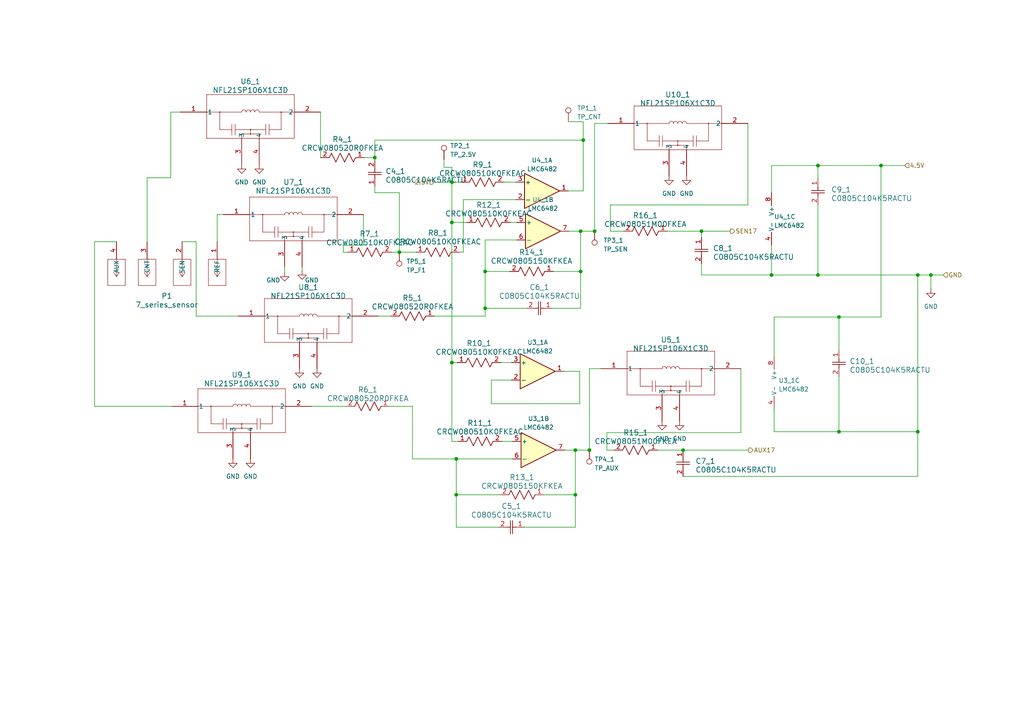
<source format=kicad_sch>
(kicad_sch (version 20230121) (generator eeschema)

  (uuid f9f205a6-198e-4686-a7ea-051227517bf5)

  (paper "A4")

  (lib_symbols
    (symbol "2023-07-19_08-42-50:NFL21SP106X1C3D" (pin_names (offset 0.254)) (in_bom yes) (on_board yes)
      (property "Reference" "U" (at 20.32 10.16 0)
        (effects (font (size 1.524 1.524)))
      )
      (property "Value" "NFL21SP106X1C3D" (at 20.32 7.62 0)
        (effects (font (size 1.524 1.524)))
      )
      (property "Footprint" "GCAP_NFL21SP106X1C3D_MUR" (at 0 0 0)
        (effects (font (size 1.27 1.27) italic) hide)
      )
      (property "Datasheet" "NFL21SP106X1C3D" (at 0 0 0)
        (effects (font (size 1.27 1.27) italic) hide)
      )
      (property "ki_locked" "" (at 0 0 0)
        (effects (font (size 1.27 1.27)))
      )
      (property "ki_keywords" "NFL21SP106X1C3D" (at 0 0 0)
        (effects (font (size 1.27 1.27)) hide)
      )
      (property "ki_fp_filters" "GCAP_NFL21SP106X1C3D_MUR GCAP_NFL21SP106X1C3D_MUR-M GCAP_NFL21SP106X1C3D_MUR-L" (at 0 0 0)
        (effects (font (size 1.27 1.27)) hide)
      )
      (symbol "NFL21SP106X1C3D_0_1"
        (polyline
          (pts
            (xy 7.62 -7.62)
            (xy 33.02 -7.62)
          )
          (stroke (width 0.127) (type default))
          (fill (type none))
        )
        (polyline
          (pts
            (xy 7.62 0)
            (xy 17.78 0)
          )
          (stroke (width 0.127) (type default))
          (fill (type none))
        )
        (polyline
          (pts
            (xy 7.62 5.08)
            (xy 7.62 -7.62)
          )
          (stroke (width 0.127) (type default))
          (fill (type none))
        )
        (polyline
          (pts
            (xy 11.43 -5.08)
            (xy 14.9225 -5.08)
          )
          (stroke (width 0.127) (type default))
          (fill (type none))
        )
        (polyline
          (pts
            (xy 11.43 0)
            (xy 11.43 -5.08)
          )
          (stroke (width 0.127) (type default))
          (fill (type none))
        )
        (polyline
          (pts
            (xy 14.9225 -3.4925)
            (xy 14.9225 -6.6675)
          )
          (stroke (width 0.127) (type default))
          (fill (type none))
        )
        (polyline
          (pts
            (xy 15.875 -6.6675)
            (xy 15.875 -3.4925)
          )
          (stroke (width 0.127) (type default))
          (fill (type none))
        )
        (polyline
          (pts
            (xy 17.78 -6.35)
            (xy 17.78 -7.62)
          )
          (stroke (width 0.127) (type default))
          (fill (type none))
        )
        (polyline
          (pts
            (xy 17.78 -6.35)
            (xy 22.86 -6.35)
          )
          (stroke (width 0.127) (type default))
          (fill (type none))
        )
        (polyline
          (pts
            (xy 20.32 -6.35)
            (xy 20.32 -5.08)
          )
          (stroke (width 0.127) (type default))
          (fill (type none))
        )
        (polyline
          (pts
            (xy 22.86 -6.35)
            (xy 22.86 -7.62)
          )
          (stroke (width 0.127) (type default))
          (fill (type none))
        )
        (polyline
          (pts
            (xy 22.86 0)
            (xy 33.02 0)
          )
          (stroke (width 0.127) (type default))
          (fill (type none))
        )
        (polyline
          (pts
            (xy 24.765 -5.08)
            (xy 15.875 -5.08)
          )
          (stroke (width 0.127) (type default))
          (fill (type none))
        )
        (polyline
          (pts
            (xy 24.765 -3.4925)
            (xy 24.765 -6.6675)
          )
          (stroke (width 0.127) (type default))
          (fill (type none))
        )
        (polyline
          (pts
            (xy 25.7175 -5.08)
            (xy 29.21 -5.08)
          )
          (stroke (width 0.127) (type default))
          (fill (type none))
        )
        (polyline
          (pts
            (xy 25.7175 -3.4925)
            (xy 25.7175 -6.6675)
          )
          (stroke (width 0.127) (type default))
          (fill (type none))
        )
        (polyline
          (pts
            (xy 29.21 0)
            (xy 29.21 -5.08)
          )
          (stroke (width 0.127) (type default))
          (fill (type none))
        )
        (polyline
          (pts
            (xy 33.02 -7.62)
            (xy 33.02 5.08)
          )
          (stroke (width 0.127) (type default))
          (fill (type none))
        )
        (polyline
          (pts
            (xy 33.02 5.08)
            (xy 7.62 5.08)
          )
          (stroke (width 0.127) (type default))
          (fill (type none))
        )
        (circle (center 11.43 0) (radius 0.127)
          (stroke (width 0.127) (type default))
          (fill (type none))
        )
        (arc (start 19.05 0) (mid 18.415 0.6323) (end 17.78 0)
          (stroke (width 0.127) (type default))
          (fill (type none))
        )
        (circle (center 20.32 -6.35) (radius 0.127)
          (stroke (width 0.127) (type default))
          (fill (type none))
        )
        (circle (center 20.32 -5.08) (radius 0.127)
          (stroke (width 0.127) (type default))
          (fill (type none))
        )
        (arc (start 20.32 0) (mid 19.685 0.6323) (end 19.05 0)
          (stroke (width 0.127) (type default))
          (fill (type none))
        )
        (arc (start 21.59 0) (mid 20.955 0.6323) (end 20.32 0)
          (stroke (width 0.127) (type default))
          (fill (type none))
        )
        (arc (start 22.86 0) (mid 22.225 0.6323) (end 21.59 0)
          (stroke (width 0.127) (type default))
          (fill (type none))
        )
        (circle (center 29.21 0) (radius 0.127)
          (stroke (width 0.127) (type default))
          (fill (type none))
        )
        (pin unspecified line (at 0 0 0) (length 7.62)
          (name "1" (effects (font (size 1.27 1.27))))
          (number "1" (effects (font (size 1.27 1.27))))
        )
        (pin unspecified line (at 40.64 0 180) (length 7.62)
          (name "2" (effects (font (size 1.27 1.27))))
          (number "2" (effects (font (size 1.27 1.27))))
        )
        (pin unspecified line (at 17.78 -15.24 90) (length 7.62)
          (name "3" (effects (font (size 1.27 1.27))))
          (number "3" (effects (font (size 1.27 1.27))))
        )
        (pin unspecified line (at 22.86 -15.24 90) (length 7.62)
          (name "4" (effects (font (size 1.27 1.27))))
          (number "4" (effects (font (size 1.27 1.27))))
        )
      )
    )
    (symbol "7_series_sensor:7_series_sensor" (pin_names (offset 0.254)) (in_bom yes) (on_board yes)
      (property "Reference" "J" (at 8.89 6.35 0)
        (effects (font (size 1.524 1.524)))
      )
      (property "Value" "7_series_sensor" (at -2.54 6.35 0)
        (effects (font (size 1.524 1.524)))
      )
      (property "Footprint" "CONN_0331-0-15-15-18-14-10-0_MIM" (at 1.27 -5.08 0)
        (effects (font (size 1.27 1.27) italic) hide)
      )
      (property "Datasheet" "0331-0-15-15-18-14-10-0" (at 1.27 -2.54 0)
        (effects (font (size 1.27 1.27) italic) hide)
      )
      (property "ki_locked" "" (at 0 0 0)
        (effects (font (size 1.27 1.27)))
      )
      (property "ki_keywords" "0331-0-15-15-18-14-10-0" (at 0 0 0)
        (effects (font (size 1.27 1.27)) hide)
      )
      (property "ki_fp_filters" "CONN_0331-0-15-15-18-14-10-0_MIM" (at 0 0 0)
        (effects (font (size 1.27 1.27)) hide)
      )
      (symbol "7_series_sensor_1_1"
        (polyline
          (pts
            (xy -36.83 7.62)
            (xy -31.75 7.62)
          )
          (stroke (width 0.127) (type default))
          (fill (type none))
        )
        (polyline
          (pts
            (xy -36.83 15.24)
            (xy -36.83 7.62)
          )
          (stroke (width 0.127) (type default))
          (fill (type none))
        )
        (polyline
          (pts
            (xy -34.29 10.16)
            (xy -35.1367 11.43)
          )
          (stroke (width 0.127) (type default))
          (fill (type none))
        )
        (polyline
          (pts
            (xy -34.29 10.16)
            (xy -34.29 15.24)
          )
          (stroke (width 0.127) (type default))
          (fill (type none))
        )
        (polyline
          (pts
            (xy -34.29 10.16)
            (xy -33.4433 11.43)
          )
          (stroke (width 0.127) (type default))
          (fill (type none))
        )
        (polyline
          (pts
            (xy -31.75 7.62)
            (xy -31.75 15.24)
          )
          (stroke (width 0.127) (type default))
          (fill (type none))
        )
        (polyline
          (pts
            (xy -31.75 15.24)
            (xy -36.83 15.24)
          )
          (stroke (width 0.127) (type default))
          (fill (type none))
        )
        (polyline
          (pts
            (xy -27.94 7.62)
            (xy -22.86 7.62)
          )
          (stroke (width 0.127) (type default))
          (fill (type none))
        )
        (polyline
          (pts
            (xy -27.94 15.24)
            (xy -27.94 7.62)
          )
          (stroke (width 0.127) (type default))
          (fill (type none))
        )
        (polyline
          (pts
            (xy -25.4 10.16)
            (xy -26.2467 11.43)
          )
          (stroke (width 0.127) (type default))
          (fill (type none))
        )
        (polyline
          (pts
            (xy -25.4 10.16)
            (xy -25.4 15.24)
          )
          (stroke (width 0.127) (type default))
          (fill (type none))
        )
        (polyline
          (pts
            (xy -25.4 10.16)
            (xy -24.5533 11.43)
          )
          (stroke (width 0.127) (type default))
          (fill (type none))
        )
        (polyline
          (pts
            (xy -22.86 7.62)
            (xy -22.86 15.24)
          )
          (stroke (width 0.127) (type default))
          (fill (type none))
        )
        (polyline
          (pts
            (xy -22.86 15.24)
            (xy -27.94 15.24)
          )
          (stroke (width 0.127) (type default))
          (fill (type none))
        )
        (polyline
          (pts
            (xy -17.78 7.62)
            (xy -12.7 7.62)
          )
          (stroke (width 0.127) (type default))
          (fill (type none))
        )
        (polyline
          (pts
            (xy -17.78 15.24)
            (xy -17.78 7.62)
          )
          (stroke (width 0.127) (type default))
          (fill (type none))
        )
        (polyline
          (pts
            (xy -15.24 10.16)
            (xy -16.0867 11.43)
          )
          (stroke (width 0.127) (type default))
          (fill (type none))
        )
        (polyline
          (pts
            (xy -15.24 10.16)
            (xy -15.24 15.24)
          )
          (stroke (width 0.127) (type default))
          (fill (type none))
        )
        (polyline
          (pts
            (xy -15.24 10.16)
            (xy -14.3933 11.43)
          )
          (stroke (width 0.127) (type default))
          (fill (type none))
        )
        (polyline
          (pts
            (xy -12.7 7.62)
            (xy -12.7 15.24)
          )
          (stroke (width 0.127) (type default))
          (fill (type none))
        )
        (polyline
          (pts
            (xy -12.7 15.24)
            (xy -17.78 15.24)
          )
          (stroke (width 0.127) (type default))
          (fill (type none))
        )
        (polyline
          (pts
            (xy -7.62 7.62)
            (xy -2.54 7.62)
          )
          (stroke (width 0.127) (type default))
          (fill (type none))
        )
        (polyline
          (pts
            (xy -7.62 15.24)
            (xy -7.62 7.62)
          )
          (stroke (width 0.127) (type default))
          (fill (type none))
        )
        (polyline
          (pts
            (xy -5.08 10.16)
            (xy -5.9267 11.43)
          )
          (stroke (width 0.127) (type default))
          (fill (type none))
        )
        (polyline
          (pts
            (xy -5.08 10.16)
            (xy -5.08 15.24)
          )
          (stroke (width 0.127) (type default))
          (fill (type none))
        )
        (polyline
          (pts
            (xy -5.08 10.16)
            (xy -4.2333 11.43)
          )
          (stroke (width 0.127) (type default))
          (fill (type none))
        )
        (polyline
          (pts
            (xy -2.54 7.62)
            (xy -2.54 15.24)
          )
          (stroke (width 0.127) (type default))
          (fill (type none))
        )
        (polyline
          (pts
            (xy -2.54 15.24)
            (xy -7.62 15.24)
          )
          (stroke (width 0.127) (type default))
          (fill (type none))
        )
        (pin bidirectional line (at -5.08 20.32 270) (length 5.08)
          (name "REF" (effects (font (size 1.27 1.27))))
          (number "1" (effects (font (size 1.27 1.27))))
        )
        (pin bidirectional line (at -15.24 20.32 270) (length 5.08)
          (name "SEN" (effects (font (size 1.27 1.27))))
          (number "2" (effects (font (size 1.27 1.27))))
        )
        (pin bidirectional line (at -25.4 20.32 270) (length 5.08)
          (name "CNT" (effects (font (size 1.27 1.27))))
          (number "3" (effects (font (size 1.27 1.27))))
        )
        (pin bidirectional line (at -34.29 20.32 270) (length 5.08)
          (name "AUX" (effects (font (size 1.27 1.27))))
          (number "4" (effects (font (size 1.27 1.27))))
        )
      )
      (symbol "7_series_sensor_1_2"
        (polyline
          (pts
            (xy 5.08 -2.54)
            (xy 12.7 -2.54)
          )
          (stroke (width 0.127) (type default))
          (fill (type none))
        )
        (polyline
          (pts
            (xy 5.08 2.54)
            (xy 5.08 -2.54)
          )
          (stroke (width 0.127) (type default))
          (fill (type none))
        )
        (polyline
          (pts
            (xy 7.62 0)
            (xy 5.08 0)
          )
          (stroke (width 0.127) (type default))
          (fill (type none))
        )
        (polyline
          (pts
            (xy 7.62 0)
            (xy 8.89 -0.8467)
          )
          (stroke (width 0.127) (type default))
          (fill (type none))
        )
        (polyline
          (pts
            (xy 7.62 0)
            (xy 8.89 0.8467)
          )
          (stroke (width 0.127) (type default))
          (fill (type none))
        )
        (polyline
          (pts
            (xy 12.7 -2.54)
            (xy 12.7 2.54)
          )
          (stroke (width 0.127) (type default))
          (fill (type none))
        )
        (polyline
          (pts
            (xy 12.7 2.54)
            (xy 5.08 2.54)
          )
          (stroke (width 0.127) (type default))
          (fill (type none))
        )
        (pin unspecified line (at 0 0 0) (length 5.08)
          (name "1" (effects (font (size 1.27 1.27))))
          (number "1" (effects (font (size 1.27 1.27))))
        )
      )
    )
    (symbol "Amplifier_Operational:LMC6482" (pin_names (offset 0.127)) (in_bom yes) (on_board yes)
      (property "Reference" "U" (at 0 5.08 0)
        (effects (font (size 1.27 1.27)) (justify left))
      )
      (property "Value" "LMC6482" (at 0 -5.08 0)
        (effects (font (size 1.27 1.27)) (justify left))
      )
      (property "Footprint" "" (at 0 0 0)
        (effects (font (size 1.27 1.27)) hide)
      )
      (property "Datasheet" "http://www.ti.com/lit/ds/symlink/lmc6482.pdf" (at 0 0 0)
        (effects (font (size 1.27 1.27)) hide)
      )
      (property "ki_locked" "" (at 0 0 0)
        (effects (font (size 1.27 1.27)))
      )
      (property "ki_keywords" "dual opamp" (at 0 0 0)
        (effects (font (size 1.27 1.27)) hide)
      )
      (property "ki_description" "Dual CMOS Rail-to-Rail Input and Output Operational Amplifier, DIP-8/SOIC-8, SSOP-8" (at 0 0 0)
        (effects (font (size 1.27 1.27)) hide)
      )
      (property "ki_fp_filters" "SOIC*3.9x4.9mm*P1.27mm* DIP*W7.62mm* TO*99* OnSemi*Micro8* TSSOP*3x3mm*P0.65mm* TSSOP*4.4x3mm*P0.65mm* MSOP*3x3mm*P0.65mm* SSOP*3.9x4.9mm*P0.635mm* LFCSP*2x2mm*P0.5mm* *SIP* SOIC*5.3x6.2mm*P1.27mm*" (at 0 0 0)
        (effects (font (size 1.27 1.27)) hide)
      )
      (symbol "LMC6482_1_1"
        (polyline
          (pts
            (xy -5.08 5.08)
            (xy 5.08 0)
            (xy -5.08 -5.08)
            (xy -5.08 5.08)
          )
          (stroke (width 0.254) (type default))
          (fill (type background))
        )
        (pin output line (at 7.62 0 180) (length 2.54)
          (name "~" (effects (font (size 1.27 1.27))))
          (number "1" (effects (font (size 1.27 1.27))))
        )
        (pin input line (at -7.62 -2.54 0) (length 2.54)
          (name "-" (effects (font (size 1.27 1.27))))
          (number "2" (effects (font (size 1.27 1.27))))
        )
        (pin input line (at -7.62 2.54 0) (length 2.54)
          (name "+" (effects (font (size 1.27 1.27))))
          (number "3" (effects (font (size 1.27 1.27))))
        )
      )
      (symbol "LMC6482_2_1"
        (polyline
          (pts
            (xy -5.08 5.08)
            (xy 5.08 0)
            (xy -5.08 -5.08)
            (xy -5.08 5.08)
          )
          (stroke (width 0.254) (type default))
          (fill (type background))
        )
        (pin input line (at -7.62 2.54 0) (length 2.54)
          (name "+" (effects (font (size 1.27 1.27))))
          (number "5" (effects (font (size 1.27 1.27))))
        )
        (pin input line (at -7.62 -2.54 0) (length 2.54)
          (name "-" (effects (font (size 1.27 1.27))))
          (number "6" (effects (font (size 1.27 1.27))))
        )
        (pin output line (at 7.62 0 180) (length 2.54)
          (name "~" (effects (font (size 1.27 1.27))))
          (number "7" (effects (font (size 1.27 1.27))))
        )
      )
      (symbol "LMC6482_3_1"
        (pin power_in line (at -2.54 -7.62 90) (length 3.81)
          (name "V-" (effects (font (size 1.27 1.27))))
          (number "4" (effects (font (size 1.27 1.27))))
        )
        (pin power_in line (at -2.54 7.62 270) (length 3.81)
          (name "V+" (effects (font (size 1.27 1.27))))
          (number "8" (effects (font (size 1.27 1.27))))
        )
      )
    )
    (symbol "Connector:TestPoint" (pin_numbers hide) (pin_names (offset 0.762) hide) (in_bom yes) (on_board yes)
      (property "Reference" "TP" (at 0 6.858 0)
        (effects (font (size 1.27 1.27)))
      )
      (property "Value" "TestPoint" (at 0 5.08 0)
        (effects (font (size 1.27 1.27)))
      )
      (property "Footprint" "" (at 5.08 0 0)
        (effects (font (size 1.27 1.27)) hide)
      )
      (property "Datasheet" "~" (at 5.08 0 0)
        (effects (font (size 1.27 1.27)) hide)
      )
      (property "ki_keywords" "test point tp" (at 0 0 0)
        (effects (font (size 1.27 1.27)) hide)
      )
      (property "ki_description" "test point" (at 0 0 0)
        (effects (font (size 1.27 1.27)) hide)
      )
      (property "ki_fp_filters" "Pin* Test*" (at 0 0 0)
        (effects (font (size 1.27 1.27)) hide)
      )
      (symbol "TestPoint_0_1"
        (circle (center 0 3.302) (radius 0.762)
          (stroke (width 0) (type default))
          (fill (type none))
        )
      )
      (symbol "TestPoint_1_1"
        (pin passive line (at 0 0 90) (length 2.54)
          (name "1" (effects (font (size 1.27 1.27))))
          (number "1" (effects (font (size 1.27 1.27))))
        )
      )
    )
    (symbol "Vishay_10k:CRCW080510K0FKEAC" (pin_names (offset 0.254)) (in_bom yes) (on_board yes)
      (property "Reference" "R" (at 5.715 3.81 0)
        (effects (font (size 1.524 1.524)))
      )
      (property "Value" "CRCW080510K0FKEAC" (at 6.35 -3.81 0)
        (effects (font (size 1.524 1.524)))
      )
      (property "Footprint" "RES_CRCW_0805_VIS" (at 0 0 0)
        (effects (font (size 1.27 1.27) italic) hide)
      )
      (property "Datasheet" "CRCW080510K0FKEAC" (at 0 0 0)
        (effects (font (size 1.27 1.27) italic) hide)
      )
      (property "ki_locked" "" (at 0 0 0)
        (effects (font (size 1.27 1.27)))
      )
      (property "ki_keywords" "CRCW080510K0FKEAC" (at 0 0 0)
        (effects (font (size 1.27 1.27)) hide)
      )
      (property "ki_fp_filters" "RES_CRCW_0805_VIS RES_CRCW_0805_VIS-M RES_CRCW_0805_VIS-L" (at 0 0 0)
        (effects (font (size 1.27 1.27)) hide)
      )
      (symbol "CRCW080510K0FKEAC_1_1"
        (polyline
          (pts
            (xy 2.54 0)
            (xy 3.175 1.27)
          )
          (stroke (width 0.2032) (type default))
          (fill (type none))
        )
        (polyline
          (pts
            (xy 3.175 1.27)
            (xy 4.445 -1.27)
          )
          (stroke (width 0.2032) (type default))
          (fill (type none))
        )
        (polyline
          (pts
            (xy 4.445 -1.27)
            (xy 5.715 1.27)
          )
          (stroke (width 0.2032) (type default))
          (fill (type none))
        )
        (polyline
          (pts
            (xy 5.715 1.27)
            (xy 6.985 -1.27)
          )
          (stroke (width 0.2032) (type default))
          (fill (type none))
        )
        (polyline
          (pts
            (xy 6.985 -1.27)
            (xy 8.255 1.27)
          )
          (stroke (width 0.2032) (type default))
          (fill (type none))
        )
        (polyline
          (pts
            (xy 8.255 1.27)
            (xy 9.525 -1.27)
          )
          (stroke (width 0.2032) (type default))
          (fill (type none))
        )
        (polyline
          (pts
            (xy 9.525 -1.27)
            (xy 10.16 0)
          )
          (stroke (width 0.2032) (type default))
          (fill (type none))
        )
        (pin unspecified line (at 0 0 0) (length 2.54)
          (name "" (effects (font (size 1.27 1.27))))
          (number "1" (effects (font (size 1.27 1.27))))
        )
        (pin unspecified line (at 12.7 0 180) (length 2.54)
          (name "" (effects (font (size 1.27 1.27))))
          (number "2" (effects (font (size 1.27 1.27))))
        )
      )
      (symbol "CRCW080510K0FKEAC_1_2"
        (polyline
          (pts
            (xy -1.27 3.175)
            (xy 1.27 4.445)
          )
          (stroke (width 0.2032) (type default))
          (fill (type none))
        )
        (polyline
          (pts
            (xy -1.27 5.715)
            (xy 1.27 6.985)
          )
          (stroke (width 0.2032) (type default))
          (fill (type none))
        )
        (polyline
          (pts
            (xy -1.27 8.255)
            (xy 1.27 9.525)
          )
          (stroke (width 0.2032) (type default))
          (fill (type none))
        )
        (polyline
          (pts
            (xy 0 2.54)
            (xy -1.27 3.175)
          )
          (stroke (width 0.2032) (type default))
          (fill (type none))
        )
        (polyline
          (pts
            (xy 1.27 4.445)
            (xy -1.27 5.715)
          )
          (stroke (width 0.2032) (type default))
          (fill (type none))
        )
        (polyline
          (pts
            (xy 1.27 6.985)
            (xy -1.27 8.255)
          )
          (stroke (width 0.2032) (type default))
          (fill (type none))
        )
        (polyline
          (pts
            (xy 1.27 9.525)
            (xy 0 10.16)
          )
          (stroke (width 0.2032) (type default))
          (fill (type none))
        )
        (pin unspecified line (at 0 12.7 270) (length 2.54)
          (name "" (effects (font (size 1.27 1.27))))
          (number "1" (effects (font (size 1.27 1.27))))
        )
        (pin unspecified line (at 0 0 90) (length 2.54)
          (name "" (effects (font (size 1.27 1.27))))
          (number "2" (effects (font (size 1.27 1.27))))
        )
      )
    )
    (symbol "Vishay_150k:CRCW0805150KFKEA" (pin_names (offset 0.254)) (in_bom yes) (on_board yes)
      (property "Reference" "R" (at 5.715 3.81 0)
        (effects (font (size 1.524 1.524)))
      )
      (property "Value" "CRCW0805150KFKEA" (at 6.35 -3.81 0)
        (effects (font (size 1.524 1.524)))
      )
      (property "Footprint" "RC0805N_VIS" (at 0 0 0)
        (effects (font (size 1.27 1.27) italic) hide)
      )
      (property "Datasheet" "CRCW0805150KFKEA" (at 0 0 0)
        (effects (font (size 1.27 1.27) italic) hide)
      )
      (property "ki_locked" "" (at 0 0 0)
        (effects (font (size 1.27 1.27)))
      )
      (property "ki_keywords" "CRCW0805150KFKEA" (at 0 0 0)
        (effects (font (size 1.27 1.27)) hide)
      )
      (property "ki_fp_filters" "RC0805N_VIS RC0805N_VIS-M RC0805N_VIS-L" (at 0 0 0)
        (effects (font (size 1.27 1.27)) hide)
      )
      (symbol "CRCW0805150KFKEA_1_1"
        (polyline
          (pts
            (xy 2.54 0)
            (xy 3.175 1.27)
          )
          (stroke (width 0.2032) (type default))
          (fill (type none))
        )
        (polyline
          (pts
            (xy 3.175 1.27)
            (xy 4.445 -1.27)
          )
          (stroke (width 0.2032) (type default))
          (fill (type none))
        )
        (polyline
          (pts
            (xy 4.445 -1.27)
            (xy 5.715 1.27)
          )
          (stroke (width 0.2032) (type default))
          (fill (type none))
        )
        (polyline
          (pts
            (xy 5.715 1.27)
            (xy 6.985 -1.27)
          )
          (stroke (width 0.2032) (type default))
          (fill (type none))
        )
        (polyline
          (pts
            (xy 6.985 -1.27)
            (xy 8.255 1.27)
          )
          (stroke (width 0.2032) (type default))
          (fill (type none))
        )
        (polyline
          (pts
            (xy 8.255 1.27)
            (xy 9.525 -1.27)
          )
          (stroke (width 0.2032) (type default))
          (fill (type none))
        )
        (polyline
          (pts
            (xy 9.525 -1.27)
            (xy 10.16 0)
          )
          (stroke (width 0.2032) (type default))
          (fill (type none))
        )
        (pin unspecified line (at 12.7 0 180) (length 2.54)
          (name "" (effects (font (size 1.27 1.27))))
          (number "1" (effects (font (size 1.27 1.27))))
        )
        (pin unspecified line (at 0 0 0) (length 2.54)
          (name "" (effects (font (size 1.27 1.27))))
          (number "2" (effects (font (size 1.27 1.27))))
        )
      )
      (symbol "CRCW0805150KFKEA_1_2"
        (polyline
          (pts
            (xy -1.27 3.175)
            (xy 1.27 4.445)
          )
          (stroke (width 0.2032) (type default))
          (fill (type none))
        )
        (polyline
          (pts
            (xy -1.27 5.715)
            (xy 1.27 6.985)
          )
          (stroke (width 0.2032) (type default))
          (fill (type none))
        )
        (polyline
          (pts
            (xy -1.27 8.255)
            (xy 1.27 9.525)
          )
          (stroke (width 0.2032) (type default))
          (fill (type none))
        )
        (polyline
          (pts
            (xy 0 2.54)
            (xy -1.27 3.175)
          )
          (stroke (width 0.2032) (type default))
          (fill (type none))
        )
        (polyline
          (pts
            (xy 1.27 4.445)
            (xy -1.27 5.715)
          )
          (stroke (width 0.2032) (type default))
          (fill (type none))
        )
        (polyline
          (pts
            (xy 1.27 6.985)
            (xy -1.27 8.255)
          )
          (stroke (width 0.2032) (type default))
          (fill (type none))
        )
        (polyline
          (pts
            (xy 1.27 9.525)
            (xy 0 10.16)
          )
          (stroke (width 0.2032) (type default))
          (fill (type none))
        )
        (pin unspecified line (at 0 12.7 270) (length 2.54)
          (name "" (effects (font (size 1.27 1.27))))
          (number "1" (effects (font (size 1.27 1.27))))
        )
        (pin unspecified line (at 0 0 90) (length 2.54)
          (name "" (effects (font (size 1.27 1.27))))
          (number "2" (effects (font (size 1.27 1.27))))
        )
      )
    )
    (symbol "Vishay_1M:CRCW08051M00FKEA" (pin_names (offset 0.254)) (in_bom yes) (on_board yes)
      (property "Reference" "R" (at 5.715 3.81 0)
        (effects (font (size 1.524 1.524)))
      )
      (property "Value" "CRCW08051M00FKEA" (at 6.35 -3.81 0)
        (effects (font (size 1.524 1.524)))
      )
      (property "Footprint" "RES_CRCW_0805" (at 0 0 0)
        (effects (font (size 1.27 1.27) italic) hide)
      )
      (property "Datasheet" "CRCW08051M00FKEA" (at 0 0 0)
        (effects (font (size 1.27 1.27) italic) hide)
      )
      (property "ki_locked" "" (at 0 0 0)
        (effects (font (size 1.27 1.27)))
      )
      (property "ki_keywords" "CRCW08051M00FKEA" (at 0 0 0)
        (effects (font (size 1.27 1.27)) hide)
      )
      (property "ki_fp_filters" "RES_CRCW_0805 RES_CRCW_0805-M RES_CRCW_0805-L" (at 0 0 0)
        (effects (font (size 1.27 1.27)) hide)
      )
      (symbol "CRCW08051M00FKEA_1_1"
        (polyline
          (pts
            (xy 2.54 0)
            (xy 3.175 1.27)
          )
          (stroke (width 0.2032) (type default))
          (fill (type none))
        )
        (polyline
          (pts
            (xy 3.175 1.27)
            (xy 4.445 -1.27)
          )
          (stroke (width 0.2032) (type default))
          (fill (type none))
        )
        (polyline
          (pts
            (xy 4.445 -1.27)
            (xy 5.715 1.27)
          )
          (stroke (width 0.2032) (type default))
          (fill (type none))
        )
        (polyline
          (pts
            (xy 5.715 1.27)
            (xy 6.985 -1.27)
          )
          (stroke (width 0.2032) (type default))
          (fill (type none))
        )
        (polyline
          (pts
            (xy 6.985 -1.27)
            (xy 8.255 1.27)
          )
          (stroke (width 0.2032) (type default))
          (fill (type none))
        )
        (polyline
          (pts
            (xy 8.255 1.27)
            (xy 9.525 -1.27)
          )
          (stroke (width 0.2032) (type default))
          (fill (type none))
        )
        (polyline
          (pts
            (xy 9.525 -1.27)
            (xy 10.16 0)
          )
          (stroke (width 0.2032) (type default))
          (fill (type none))
        )
        (pin unspecified line (at 12.7 0 180) (length 2.54)
          (name "" (effects (font (size 1.27 1.27))))
          (number "1" (effects (font (size 1.27 1.27))))
        )
        (pin unspecified line (at 0 0 0) (length 2.54)
          (name "" (effects (font (size 1.27 1.27))))
          (number "2" (effects (font (size 1.27 1.27))))
        )
      )
      (symbol "CRCW08051M00FKEA_1_2"
        (polyline
          (pts
            (xy -1.27 3.175)
            (xy 1.27 4.445)
          )
          (stroke (width 0.2032) (type default))
          (fill (type none))
        )
        (polyline
          (pts
            (xy -1.27 5.715)
            (xy 1.27 6.985)
          )
          (stroke (width 0.2032) (type default))
          (fill (type none))
        )
        (polyline
          (pts
            (xy -1.27 8.255)
            (xy 1.27 9.525)
          )
          (stroke (width 0.2032) (type default))
          (fill (type none))
        )
        (polyline
          (pts
            (xy 0 2.54)
            (xy -1.27 3.175)
          )
          (stroke (width 0.2032) (type default))
          (fill (type none))
        )
        (polyline
          (pts
            (xy 1.27 4.445)
            (xy -1.27 5.715)
          )
          (stroke (width 0.2032) (type default))
          (fill (type none))
        )
        (polyline
          (pts
            (xy 1.27 6.985)
            (xy -1.27 8.255)
          )
          (stroke (width 0.2032) (type default))
          (fill (type none))
        )
        (polyline
          (pts
            (xy 1.27 9.525)
            (xy 0 10.16)
          )
          (stroke (width 0.2032) (type default))
          (fill (type none))
        )
        (pin unspecified line (at 0 12.7 270) (length 2.54)
          (name "" (effects (font (size 1.27 1.27))))
          (number "1" (effects (font (size 1.27 1.27))))
        )
        (pin unspecified line (at 0 0 90) (length 2.54)
          (name "" (effects (font (size 1.27 1.27))))
          (number "2" (effects (font (size 1.27 1.27))))
        )
      )
    )
    (symbol "Vishay_20R:CRCW080520R0FKEA" (pin_names (offset 0.254)) (in_bom yes) (on_board yes)
      (property "Reference" "R" (at 5.715 3.81 0)
        (effects (font (size 1.524 1.524)))
      )
      (property "Value" "CRCW080520R0FKEA" (at 6.35 -3.81 0)
        (effects (font (size 1.524 1.524)))
      )
      (property "Footprint" "RC0805N_VIS" (at 0 0 0)
        (effects (font (size 1.27 1.27) italic) hide)
      )
      (property "Datasheet" "CRCW080520R0FKEA" (at 0 0 0)
        (effects (font (size 1.27 1.27) italic) hide)
      )
      (property "ki_locked" "" (at 0 0 0)
        (effects (font (size 1.27 1.27)))
      )
      (property "ki_keywords" "CRCW080520R0FKEA" (at 0 0 0)
        (effects (font (size 1.27 1.27)) hide)
      )
      (property "ki_fp_filters" "RC0805N_VIS RC0805N_VIS-M RC0805N_VIS-L" (at 0 0 0)
        (effects (font (size 1.27 1.27)) hide)
      )
      (symbol "CRCW080520R0FKEA_1_1"
        (polyline
          (pts
            (xy 2.54 0)
            (xy 3.175 1.27)
          )
          (stroke (width 0.2032) (type default))
          (fill (type none))
        )
        (polyline
          (pts
            (xy 3.175 1.27)
            (xy 4.445 -1.27)
          )
          (stroke (width 0.2032) (type default))
          (fill (type none))
        )
        (polyline
          (pts
            (xy 4.445 -1.27)
            (xy 5.715 1.27)
          )
          (stroke (width 0.2032) (type default))
          (fill (type none))
        )
        (polyline
          (pts
            (xy 5.715 1.27)
            (xy 6.985 -1.27)
          )
          (stroke (width 0.2032) (type default))
          (fill (type none))
        )
        (polyline
          (pts
            (xy 6.985 -1.27)
            (xy 8.255 1.27)
          )
          (stroke (width 0.2032) (type default))
          (fill (type none))
        )
        (polyline
          (pts
            (xy 8.255 1.27)
            (xy 9.525 -1.27)
          )
          (stroke (width 0.2032) (type default))
          (fill (type none))
        )
        (polyline
          (pts
            (xy 9.525 -1.27)
            (xy 10.16 0)
          )
          (stroke (width 0.2032) (type default))
          (fill (type none))
        )
        (pin unspecified line (at 12.7 0 180) (length 2.54)
          (name "" (effects (font (size 1.27 1.27))))
          (number "1" (effects (font (size 1.27 1.27))))
        )
        (pin unspecified line (at 0 0 0) (length 2.54)
          (name "" (effects (font (size 1.27 1.27))))
          (number "2" (effects (font (size 1.27 1.27))))
        )
      )
      (symbol "CRCW080520R0FKEA_1_2"
        (polyline
          (pts
            (xy -1.27 3.175)
            (xy 1.27 4.445)
          )
          (stroke (width 0.2032) (type default))
          (fill (type none))
        )
        (polyline
          (pts
            (xy -1.27 5.715)
            (xy 1.27 6.985)
          )
          (stroke (width 0.2032) (type default))
          (fill (type none))
        )
        (polyline
          (pts
            (xy -1.27 8.255)
            (xy 1.27 9.525)
          )
          (stroke (width 0.2032) (type default))
          (fill (type none))
        )
        (polyline
          (pts
            (xy 0 2.54)
            (xy -1.27 3.175)
          )
          (stroke (width 0.2032) (type default))
          (fill (type none))
        )
        (polyline
          (pts
            (xy 1.27 4.445)
            (xy -1.27 5.715)
          )
          (stroke (width 0.2032) (type default))
          (fill (type none))
        )
        (polyline
          (pts
            (xy 1.27 6.985)
            (xy -1.27 8.255)
          )
          (stroke (width 0.2032) (type default))
          (fill (type none))
        )
        (polyline
          (pts
            (xy 1.27 9.525)
            (xy 0 10.16)
          )
          (stroke (width 0.2032) (type default))
          (fill (type none))
        )
        (pin unspecified line (at 0 12.7 270) (length 2.54)
          (name "" (effects (font (size 1.27 1.27))))
          (number "1" (effects (font (size 1.27 1.27))))
        )
        (pin unspecified line (at 0 0 90) (length 2.54)
          (name "" (effects (font (size 1.27 1.27))))
          (number "2" (effects (font (size 1.27 1.27))))
        )
      )
    )
    (symbol "kemet_0.1uf:C0805C104K5RACTU" (pin_names (offset 0.254)) (in_bom yes) (on_board yes)
      (property "Reference" "C" (at 3.81 3.81 0)
        (effects (font (size 1.524 1.524)))
      )
      (property "Value" "C0805C104K5RACTU" (at 3.81 -3.81 0)
        (effects (font (size 1.524 1.524)))
      )
      (property "Footprint" "CAPC220145_88N_KEM" (at 0 0 0)
        (effects (font (size 1.27 1.27) italic) hide)
      )
      (property "Datasheet" "C0805C104K5RACTU" (at 0 0 0)
        (effects (font (size 1.27 1.27) italic) hide)
      )
      (property "ki_locked" "" (at 0 0 0)
        (effects (font (size 1.27 1.27)))
      )
      (property "ki_keywords" "C0805C104K5RACTU" (at 0 0 0)
        (effects (font (size 1.27 1.27)) hide)
      )
      (property "ki_fp_filters" "CAPC220145_88N_KEM CAPC220145_88N_KEM-M CAPC220145_88N_KEM-L" (at 0 0 0)
        (effects (font (size 1.27 1.27)) hide)
      )
      (symbol "C0805C104K5RACTU_1_1"
        (polyline
          (pts
            (xy 2.54 0)
            (xy 3.4798 0)
          )
          (stroke (width 0.2032) (type default))
          (fill (type none))
        )
        (polyline
          (pts
            (xy 3.4798 -1.905)
            (xy 3.4798 1.905)
          )
          (stroke (width 0.2032) (type default))
          (fill (type none))
        )
        (polyline
          (pts
            (xy 4.1148 -1.905)
            (xy 4.1148 1.905)
          )
          (stroke (width 0.2032) (type default))
          (fill (type none))
        )
        (polyline
          (pts
            (xy 4.1148 0)
            (xy 5.08 0)
          )
          (stroke (width 0.2032) (type default))
          (fill (type none))
        )
        (pin unspecified line (at 0 0 0) (length 2.54)
          (name "" (effects (font (size 1.27 1.27))))
          (number "1" (effects (font (size 1.27 1.27))))
        )
        (pin unspecified line (at 7.62 0 180) (length 2.54)
          (name "" (effects (font (size 1.27 1.27))))
          (number "2" (effects (font (size 1.27 1.27))))
        )
      )
      (symbol "C0805C104K5RACTU_1_2"
        (polyline
          (pts
            (xy -1.905 -4.1148)
            (xy 1.905 -4.1148)
          )
          (stroke (width 0.2032) (type default))
          (fill (type none))
        )
        (polyline
          (pts
            (xy -1.905 -3.4798)
            (xy 1.905 -3.4798)
          )
          (stroke (width 0.2032) (type default))
          (fill (type none))
        )
        (polyline
          (pts
            (xy 0 -4.1148)
            (xy 0 -5.08)
          )
          (stroke (width 0.2032) (type default))
          (fill (type none))
        )
        (polyline
          (pts
            (xy 0 -2.54)
            (xy 0 -3.4798)
          )
          (stroke (width 0.2032) (type default))
          (fill (type none))
        )
        (pin unspecified line (at 0 0 270) (length 2.54)
          (name "" (effects (font (size 1.27 1.27))))
          (number "1" (effects (font (size 1.27 1.27))))
        )
        (pin unspecified line (at 0 -7.62 90) (length 2.54)
          (name "" (effects (font (size 1.27 1.27))))
          (number "2" (effects (font (size 1.27 1.27))))
        )
      )
    )
    (symbol "power:GND" (power) (pin_names (offset 0)) (in_bom yes) (on_board yes)
      (property "Reference" "#PWR" (at 0 -6.35 0)
        (effects (font (size 1.27 1.27)) hide)
      )
      (property "Value" "GND" (at 0 -3.81 0)
        (effects (font (size 1.27 1.27)))
      )
      (property "Footprint" "" (at 0 0 0)
        (effects (font (size 1.27 1.27)) hide)
      )
      (property "Datasheet" "" (at 0 0 0)
        (effects (font (size 1.27 1.27)) hide)
      )
      (property "ki_keywords" "global power" (at 0 0 0)
        (effects (font (size 1.27 1.27)) hide)
      )
      (property "ki_description" "Power symbol creates a global label with name \"GND\" , ground" (at 0 0 0)
        (effects (font (size 1.27 1.27)) hide)
      )
      (symbol "GND_0_1"
        (polyline
          (pts
            (xy 0 0)
            (xy 0 -1.27)
            (xy 1.27 -1.27)
            (xy 0 -2.54)
            (xy -1.27 -1.27)
            (xy 0 -1.27)
          )
          (stroke (width 0) (type default))
          (fill (type none))
        )
      )
      (symbol "GND_1_1"
        (pin power_in line (at 0 0 270) (length 0) hide
          (name "GND" (effects (font (size 1.27 1.27))))
          (number "1" (effects (font (size 1.27 1.27))))
        )
      )
    )
  )

  (junction (at 266.192 79.756) (diameter 0) (color 0 0 0 0)
    (uuid 04814456-dbe6-4355-b216-57e10ec40978)
  )
  (junction (at 203.454 67.056) (diameter 0) (color 0 0 0 0)
    (uuid 0b2d2972-88fd-4237-8d4d-f1dda5f112be)
  )
  (junction (at 243.332 91.948) (diameter 0) (color 0 0 0 0)
    (uuid 2368073b-9fe8-4291-8ac1-1094433c8c81)
  )
  (junction (at 172.466 67.056) (diameter 0) (color 0 0 0 0)
    (uuid 274670fe-7d89-4420-a009-9188a1bd97be)
  )
  (junction (at 132.334 133.096) (diameter 0) (color 0 0 0 0)
    (uuid 37409d1e-91dc-4eec-a088-d5a70e50dde5)
  )
  (junction (at 170.942 130.556) (diameter 0) (color 0 0 0 0)
    (uuid 3c3c9010-7202-40c9-b22c-47a41b6af54a)
  )
  (junction (at 131.064 52.832) (diameter 0) (color 0 0 0 0)
    (uuid 4aad0094-0e79-42c8-b723-59b4f414a34e)
  )
  (junction (at 168.402 78.74) (diameter 0) (color 0 0 0 0)
    (uuid 587bfbe4-8693-4982-9177-bec38db6d24f)
  )
  (junction (at 237.236 79.756) (diameter 0) (color 0 0 0 0)
    (uuid 59c65576-96a4-4326-91d3-218022195c53)
  )
  (junction (at 131.064 105.156) (diameter 0) (color 0 0 0 0)
    (uuid 5ec9ed61-2b13-4c18-b2f1-d7b32174dbc6)
  )
  (junction (at 140.716 89.408) (diameter 0) (color 0 0 0 0)
    (uuid 7adb8c5b-93bb-4dd3-8810-48f3a5f73d65)
  )
  (junction (at 166.878 143.51) (diameter 0) (color 0 0 0 0)
    (uuid 8731478a-ab9f-4fee-8801-961235b987b9)
  )
  (junction (at 115.824 73.152) (diameter 0) (color 0 0 0 0)
    (uuid 8c4fef99-d409-4610-9eaa-099abd1aaed4)
  )
  (junction (at 237.236 48.006) (diameter 0) (color 0 0 0 0)
    (uuid 8e724b56-6c63-4517-a4cf-e52871de3ff0)
  )
  (junction (at 243.332 125.222) (diameter 0) (color 0 0 0 0)
    (uuid 986d7c78-020f-4b94-819b-0601e0a2ae6a)
  )
  (junction (at 266.192 125.222) (diameter 0) (color 0 0 0 0)
    (uuid 9ab99655-5885-4ec3-93ff-cf190bac8421)
  )
  (junction (at 223.774 79.756) (diameter 0) (color 0 0 0 0)
    (uuid a99ec22c-39b5-49d2-9c0b-deed223c0c45)
  )
  (junction (at 255.524 48.006) (diameter 0) (color 0 0 0 0)
    (uuid bdc8b241-5dbe-416c-bf56-6c27434a4f02)
  )
  (junction (at 166.878 130.556) (diameter 0) (color 0 0 0 0)
    (uuid cf0e750d-9a08-4046-9541-4580f991663d)
  )
  (junction (at 198.12 130.556) (diameter 0) (color 0 0 0 0)
    (uuid d9e48003-2369-41fb-a159-ce460bb1c38e)
  )
  (junction (at 140.716 78.74) (diameter 0) (color 0 0 0 0)
    (uuid de98ef6a-c3c2-4fc4-ae66-3d95c55670a8)
  )
  (junction (at 132.334 143.51) (diameter 0) (color 0 0 0 0)
    (uuid ea106d72-fab9-44ee-8e7d-cf9f017012f0)
  )
  (junction (at 169.164 40.64) (diameter 0) (color 0 0 0 0)
    (uuid eba4b389-146b-4ec3-927f-4ff3afa6153b)
  )
  (junction (at 168.402 67.056) (diameter 0) (color 0 0 0 0)
    (uuid f4fe9ef1-6f12-4ab1-a576-19aaf857af43)
  )
  (junction (at 108.712 45.72) (diameter 0) (color 0 0 0 0)
    (uuid f5e39f22-aabd-467f-bd49-626aa9b4af90)
  )
  (junction (at 270.002 79.756) (diameter 0) (color 0 0 0 0)
    (uuid f6412103-0d1d-4de9-81f6-2602f3b2f3d5)
  )
  (junction (at 131.064 64.516) (diameter 0) (color 0 0 0 0)
    (uuid fb5fdd7b-8b1c-49d0-bb0a-efb348ec8d42)
  )

  (wire (pts (xy 56.896 91.694) (xy 69.088 91.694))
    (stroke (width 0) (type default))
    (uuid 01edc6e6-9f4c-49a7-943a-7b80db126be3)
  )
  (wire (pts (xy 142.494 110.236) (xy 148.336 110.236))
    (stroke (width 0) (type default))
    (uuid 074f7258-0826-47d4-82a0-d10405002b34)
  )
  (wire (pts (xy 131.064 64.516) (xy 131.064 105.156))
    (stroke (width 0) (type default))
    (uuid 08344abe-0a0f-4ee4-b990-9655dc854a04)
  )
  (wire (pts (xy 132.334 133.096) (xy 148.59 133.096))
    (stroke (width 0) (type default))
    (uuid 08fb9637-cd89-46c1-a832-7b971996b813)
  )
  (wire (pts (xy 135.382 64.516) (xy 131.064 64.516))
    (stroke (width 0) (type default))
    (uuid 09efe8d9-50e2-40c0-9678-f7c1bb8f48bf)
  )
  (wire (pts (xy 166.878 130.556) (xy 170.942 130.556))
    (stroke (width 0) (type default))
    (uuid 0d7ffcfc-7948-4946-8c1c-be39f7469df8)
  )
  (wire (pts (xy 140.716 78.74) (xy 147.828 78.74))
    (stroke (width 0) (type default))
    (uuid 102b77be-2abd-41ca-8c9e-7f976663016b)
  )
  (wire (pts (xy 125.984 91.694) (xy 140.716 91.694))
    (stroke (width 0) (type default))
    (uuid 10918090-2fad-4b71-9a23-3ab50a643729)
  )
  (wire (pts (xy 133.35 73.152) (xy 134.366 73.152))
    (stroke (width 0) (type default))
    (uuid 118bc806-c733-4094-ac3d-876c9b0e663c)
  )
  (wire (pts (xy 203.454 67.056) (xy 203.454 68.834))
    (stroke (width 0) (type default))
    (uuid 128c3a71-ffbb-4570-831f-19b9dfff618b)
  )
  (wire (pts (xy 108.712 46.482) (xy 108.712 45.72))
    (stroke (width 0) (type default))
    (uuid 18b108ed-f9fe-4a57-84b1-0562dc2e6c42)
  )
  (wire (pts (xy 163.83 130.556) (xy 166.878 130.556))
    (stroke (width 0) (type default))
    (uuid 19950cc6-2993-4682-b3d0-b0f73e309b6a)
  )
  (wire (pts (xy 198.12 138.176) (xy 266.192 138.176))
    (stroke (width 0) (type default))
    (uuid 1bd0c11b-b4c9-47dd-84fb-e0191edc4eab)
  )
  (wire (pts (xy 157.734 143.51) (xy 166.878 143.51))
    (stroke (width 0) (type default))
    (uuid 1cb7de38-b5e2-472b-b438-7ece6b7b0943)
  )
  (wire (pts (xy 168.402 78.74) (xy 168.402 89.408))
    (stroke (width 0) (type default))
    (uuid 1dac9523-338f-47dd-ad31-4128c7c1561b)
  )
  (wire (pts (xy 160.528 78.74) (xy 168.402 78.74))
    (stroke (width 0) (type default))
    (uuid 1dae3cef-f070-4662-8952-083a5fed88a5)
  )
  (wire (pts (xy 148.082 64.516) (xy 149.86 64.516))
    (stroke (width 0) (type default))
    (uuid 25e23956-65b3-4345-8634-b4c997e5a737)
  )
  (wire (pts (xy 134.366 57.912) (xy 134.366 73.152))
    (stroke (width 0) (type default))
    (uuid 2686c3d6-01e9-40d6-8364-fb409c7af788)
  )
  (wire (pts (xy 237.236 48.006) (xy 223.774 48.006))
    (stroke (width 0) (type default))
    (uuid 281f5b9a-aefb-4cd2-8dec-ce879bd4d2de)
  )
  (wire (pts (xy 203.454 79.756) (xy 223.774 79.756))
    (stroke (width 0) (type default))
    (uuid 2cbd364e-3615-4a14-add6-27e021e66931)
  )
  (wire (pts (xy 132.334 133.096) (xy 132.334 143.51))
    (stroke (width 0) (type default))
    (uuid 2cbf77d1-528d-4a13-8cc0-4a54880fa416)
  )
  (wire (pts (xy 266.192 125.222) (xy 266.192 79.756))
    (stroke (width 0) (type default))
    (uuid 2ef60dda-5e81-4920-b0ba-28e70159d2c8)
  )
  (wire (pts (xy 176.022 130.556) (xy 178.054 130.556))
    (stroke (width 0) (type default))
    (uuid 327bf8d1-c04f-4e22-b2ca-f674d0b50e1b)
  )
  (wire (pts (xy 243.332 101.6) (xy 243.332 91.948))
    (stroke (width 0) (type default))
    (uuid 32972157-eb6d-4c3b-9a05-627872eaee65)
  )
  (wire (pts (xy 131.064 128.016) (xy 131.064 105.156))
    (stroke (width 0) (type default))
    (uuid 32c72e6b-33d6-4842-96c6-2acd5fe4791d)
  )
  (wire (pts (xy 115.824 73.152) (xy 120.65 73.152))
    (stroke (width 0) (type default))
    (uuid 34c94f72-14e8-40a0-ae76-a2fb7018b17a)
  )
  (wire (pts (xy 113.03 117.856) (xy 119.634 117.856))
    (stroke (width 0) (type default))
    (uuid 3a8b4cf2-e792-47f8-9e20-83e13fa6155a)
  )
  (wire (pts (xy 99.568 71.12) (xy 99.568 73.152))
    (stroke (width 0) (type default))
    (uuid 3edc3bdb-9e83-4cf8-a579-2d9086dc71e3)
  )
  (wire (pts (xy 190.754 130.556) (xy 198.12 130.556))
    (stroke (width 0) (type default))
    (uuid 3f300d5f-cc51-40aa-a508-74405948bc15)
  )
  (wire (pts (xy 237.236 59.436) (xy 237.236 79.756))
    (stroke (width 0) (type default))
    (uuid 467f52b2-c954-4d72-a6cd-d0267fb6a536)
  )
  (wire (pts (xy 90.424 117.856) (xy 100.33 117.856))
    (stroke (width 0) (type default))
    (uuid 4746601f-be32-4975-8e98-f1a0ad037e1a)
  )
  (wire (pts (xy 160.274 89.408) (xy 168.402 89.408))
    (stroke (width 0) (type default))
    (uuid 4a290759-4d8b-4cd9-a3b5-fbc380143592)
  )
  (wire (pts (xy 224.536 125.222) (xy 243.332 125.222))
    (stroke (width 0) (type default))
    (uuid 4bb12ffd-ba2c-46c7-9296-f0129316e507)
  )
  (wire (pts (xy 27.432 117.856) (xy 49.784 117.856))
    (stroke (width 0) (type default))
    (uuid 4c38a564-7a57-444b-a7ca-d0897d2a97f1)
  )
  (wire (pts (xy 105.41 62.23) (xy 105.41 71.12))
    (stroke (width 0) (type default))
    (uuid 4d12e32a-ba36-497a-8c15-9cc79e794f70)
  )
  (wire (pts (xy 132.334 143.51) (xy 145.034 143.51))
    (stroke (width 0) (type default))
    (uuid 4f328e16-5176-4426-8325-4e607b75de93)
  )
  (wire (pts (xy 42.672 70.104) (xy 42.672 51.562))
    (stroke (width 0) (type default))
    (uuid 4fffa55f-0677-4167-80cf-61f9d2e84883)
  )
  (wire (pts (xy 149.606 57.912) (xy 134.366 57.912))
    (stroke (width 0) (type default))
    (uuid 5092ee0d-fb49-4d98-ad49-2cbbf5c86f46)
  )
  (wire (pts (xy 193.548 67.056) (xy 203.454 67.056))
    (stroke (width 0) (type default))
    (uuid 523a724f-ef14-4af6-b73d-d2e854185a42)
  )
  (wire (pts (xy 270.002 83.82) (xy 270.002 79.756))
    (stroke (width 0) (type default))
    (uuid 5395d05f-bf48-44ea-a63a-ddde21e9eb0f)
  )
  (wire (pts (xy 169.164 55.372) (xy 169.164 40.64))
    (stroke (width 0) (type default))
    (uuid 551a452b-e46c-4160-ba12-de48b8b9cd00)
  )
  (wire (pts (xy 105.664 45.72) (xy 108.712 45.72))
    (stroke (width 0) (type default))
    (uuid 55e5fc42-c84a-4224-a701-2e47df748493)
  )
  (wire (pts (xy 237.236 79.756) (xy 266.192 79.756))
    (stroke (width 0) (type default))
    (uuid 5671221a-aa9c-4405-a4ba-fcc1f40772b8)
  )
  (wire (pts (xy 87.63 77.47) (xy 87.63 78.486))
    (stroke (width 0) (type default))
    (uuid 59233b46-c6aa-489e-a28b-a38f7f0697e1)
  )
  (wire (pts (xy 105.41 71.12) (xy 99.568 71.12))
    (stroke (width 0) (type default))
    (uuid 5b75c153-78f2-48a5-bd2c-78f946cf5b69)
  )
  (wire (pts (xy 52.832 70.104) (xy 56.896 70.104))
    (stroke (width 0) (type default))
    (uuid 5bcac4d5-be62-4384-9889-d2c35ee84aa0)
  )
  (wire (pts (xy 243.332 125.222) (xy 266.192 125.222))
    (stroke (width 0) (type default))
    (uuid 5bedada4-7f04-4345-9680-8503fca4573c)
  )
  (wire (pts (xy 163.576 107.696) (xy 168.148 107.696))
    (stroke (width 0) (type default))
    (uuid 5c827a85-75dc-4b54-a2c8-5e36b299393f)
  )
  (wire (pts (xy 132.334 143.51) (xy 132.334 152.908))
    (stroke (width 0) (type default))
    (uuid 5dce3a1e-8c2d-4f6d-a95c-2b52110c6be2)
  )
  (wire (pts (xy 214.884 106.934) (xy 214.884 125.476))
    (stroke (width 0) (type default))
    (uuid 5e51182c-db85-4b37-87a7-e6b7e04e2fd4)
  )
  (wire (pts (xy 168.402 67.056) (xy 165.1 67.056))
    (stroke (width 0) (type default))
    (uuid 6305f68d-a1eb-46c0-9a19-21ec970e66ca)
  )
  (wire (pts (xy 255.524 48.006) (xy 237.236 48.006))
    (stroke (width 0) (type default))
    (uuid 6308dbc2-1468-490d-b27c-c8abf463448b)
  )
  (wire (pts (xy 108.712 55.88) (xy 115.824 55.88))
    (stroke (width 0) (type default))
    (uuid 63ca0bce-4526-46ba-a9ee-eb842f44dd7a)
  )
  (wire (pts (xy 237.236 48.006) (xy 237.236 51.816))
    (stroke (width 0) (type default))
    (uuid 6442bcdb-f633-4f99-89e3-a778ef7ed09f)
  )
  (wire (pts (xy 166.878 130.556) (xy 166.878 143.51))
    (stroke (width 0) (type default))
    (uuid 668f1c33-993c-44ed-af95-30fe6fffaf1e)
  )
  (wire (pts (xy 169.164 35.306) (xy 169.164 40.64))
    (stroke (width 0) (type default))
    (uuid 67d7f46b-107f-42a2-bee8-3a0e7b4cbea0)
  )
  (wire (pts (xy 140.716 78.74) (xy 140.716 89.408))
    (stroke (width 0) (type default))
    (uuid 68143456-e4ea-41e9-995f-9b969c39de7d)
  )
  (wire (pts (xy 142.494 117.094) (xy 142.494 110.236))
    (stroke (width 0) (type default))
    (uuid 6824c21a-6f92-4bd3-a978-3a456cd6ada6)
  )
  (wire (pts (xy 164.846 35.306) (xy 169.164 35.306))
    (stroke (width 0) (type default))
    (uuid 6abb122e-5ca9-4b69-938c-d258678a1d31)
  )
  (wire (pts (xy 56.896 70.104) (xy 56.896 91.694))
    (stroke (width 0) (type default))
    (uuid 6c5f9d9e-b817-43c6-a916-fa03c5097db5)
  )
  (wire (pts (xy 140.716 69.596) (xy 140.716 78.74))
    (stroke (width 0) (type default))
    (uuid 6c8d1071-dd09-40f9-bd02-a026d9fa01f0)
  )
  (wire (pts (xy 62.992 62.23) (xy 62.992 70.104))
    (stroke (width 0) (type default))
    (uuid 6df02fb5-af04-42a6-a3f5-edd67d03297f)
  )
  (wire (pts (xy 119.634 117.856) (xy 119.634 133.096))
    (stroke (width 0) (type default))
    (uuid 6df8d799-603a-4bd7-8372-9a2351d14459)
  )
  (wire (pts (xy 223.774 79.756) (xy 237.236 79.756))
    (stroke (width 0) (type default))
    (uuid 700da88a-bdbc-4704-8803-36e24992b756)
  )
  (wire (pts (xy 224.536 103.378) (xy 224.536 91.948))
    (stroke (width 0) (type default))
    (uuid 7296cffd-f53b-4528-8543-729f26829eaf)
  )
  (wire (pts (xy 203.454 76.454) (xy 203.454 79.756))
    (stroke (width 0) (type default))
    (uuid 75b8c8e1-ee15-4979-b365-c28e1f41fa6b)
  )
  (wire (pts (xy 168.148 107.696) (xy 168.148 117.094))
    (stroke (width 0) (type default))
    (uuid 78da4d91-c400-4e0d-8a16-a575046b22f4)
  )
  (wire (pts (xy 52.324 32.512) (xy 49.53 32.512))
    (stroke (width 0) (type default))
    (uuid 7f5bedb2-5c88-4d66-b9ca-29de95ac8e0a)
  )
  (wire (pts (xy 270.002 79.756) (xy 273.558 79.756))
    (stroke (width 0) (type default))
    (uuid 84afc9d0-f8bc-4643-a20a-940c1974c267)
  )
  (wire (pts (xy 152.146 152.908) (xy 166.878 152.908))
    (stroke (width 0) (type default))
    (uuid 857bf515-70e1-4e10-a23b-742b106128f2)
  )
  (wire (pts (xy 113.538 73.152) (xy 115.824 73.152))
    (stroke (width 0) (type default))
    (uuid 8a801ca7-5af6-49fa-b932-df1b577966c6)
  )
  (wire (pts (xy 223.774 48.006) (xy 223.774 55.88))
    (stroke (width 0) (type default))
    (uuid 8e1ccd8b-10e5-480a-add1-c175f5eb1cea)
  )
  (wire (pts (xy 177.038 67.056) (xy 180.848 67.056))
    (stroke (width 0) (type default))
    (uuid 93b29ed3-b5d2-4bb2-8008-244860cf5e05)
  )
  (wire (pts (xy 27.432 70.104) (xy 33.782 70.104))
    (stroke (width 0) (type default))
    (uuid 955564d9-4fcb-4ff6-9eed-62c9d06daa66)
  )
  (wire (pts (xy 146.304 52.832) (xy 149.606 52.832))
    (stroke (width 0) (type default))
    (uuid 95eba908-fa86-4fc2-9ad4-ed2c3f156de6)
  )
  (wire (pts (xy 255.524 48.006) (xy 255.524 91.948))
    (stroke (width 0) (type default))
    (uuid 9b06a616-c423-4a72-98b5-97d4c606b0d1)
  )
  (wire (pts (xy 262.382 48.006) (xy 255.524 48.006))
    (stroke (width 0) (type default))
    (uuid 9db69974-915d-417c-b4fa-2274debcc246)
  )
  (wire (pts (xy 168.148 117.094) (xy 142.494 117.094))
    (stroke (width 0) (type default))
    (uuid 9dedeaf9-01f2-475a-a287-c17d76d4d90d)
  )
  (wire (pts (xy 109.728 91.694) (xy 113.284 91.694))
    (stroke (width 0) (type default))
    (uuid a481b62a-5c49-470b-91d5-256ae9501652)
  )
  (wire (pts (xy 266.192 79.756) (xy 270.002 79.756))
    (stroke (width 0) (type default))
    (uuid a581ff13-b270-4c1e-8a22-7e6323c2fe28)
  )
  (wire (pts (xy 214.884 125.476) (xy 176.022 125.476))
    (stroke (width 0) (type default))
    (uuid a79d3489-db6a-474e-a711-f541688440e7)
  )
  (wire (pts (xy 115.824 55.88) (xy 115.824 73.152))
    (stroke (width 0) (type default))
    (uuid a81e9c58-6851-44dc-82a3-98e20b1a3990)
  )
  (wire (pts (xy 119.634 133.096) (xy 132.334 133.096))
    (stroke (width 0) (type default))
    (uuid a9eed9e2-a48a-46a1-8a62-d37b5c096482)
  )
  (wire (pts (xy 172.466 67.056) (xy 168.402 67.056))
    (stroke (width 0) (type default))
    (uuid ab0f6806-835a-4cf7-9694-0f6c33fb4388)
  )
  (wire (pts (xy 128.778 48.514) (xy 131.064 48.514))
    (stroke (width 0) (type default))
    (uuid ab25100f-cd68-41c8-844b-58f52c8f573b)
  )
  (wire (pts (xy 177.038 59.436) (xy 177.038 67.056))
    (stroke (width 0) (type default))
    (uuid abbbcad7-01d3-4bb8-8440-b6980c5e00c8)
  )
  (wire (pts (xy 174.244 106.934) (xy 170.942 106.934))
    (stroke (width 0) (type default))
    (uuid ac25a2e7-9c93-4568-acc7-fae85f2ed444)
  )
  (wire (pts (xy 198.12 130.556) (xy 217.17 130.556))
    (stroke (width 0) (type default))
    (uuid aea62088-f838-49a3-a6f0-9eacb05198f4)
  )
  (wire (pts (xy 216.916 35.814) (xy 216.916 59.436))
    (stroke (width 0) (type default))
    (uuid af72a933-6a04-48ec-9d43-888619d90dfd)
  )
  (wire (pts (xy 42.672 51.562) (xy 49.53 51.562))
    (stroke (width 0) (type default))
    (uuid b12cc80a-e8f5-4f07-8ca7-6ab85fb45716)
  )
  (wire (pts (xy 108.712 54.102) (xy 108.712 55.88))
    (stroke (width 0) (type default))
    (uuid b7abb1f3-cb62-4ced-96e3-3d30254b9af1)
  )
  (wire (pts (xy 131.064 48.514) (xy 131.064 52.832))
    (stroke (width 0) (type default))
    (uuid bb33a435-4a2b-41aa-9d3a-cd1635d5abf1)
  )
  (wire (pts (xy 140.716 89.408) (xy 152.654 89.408))
    (stroke (width 0) (type default))
    (uuid bd892861-82eb-4972-bde5-12c17aca6ef0)
  )
  (wire (pts (xy 108.712 40.64) (xy 169.164 40.64))
    (stroke (width 0) (type default))
    (uuid bfb120fd-7f87-4c7a-9e74-4f794bff94ee)
  )
  (wire (pts (xy 211.836 67.056) (xy 203.454 67.056))
    (stroke (width 0) (type default))
    (uuid c032b380-2ba8-4fdf-ba15-7d3bcd4ec1bb)
  )
  (wire (pts (xy 176.022 125.476) (xy 176.022 130.556))
    (stroke (width 0) (type default))
    (uuid c2df4fb2-f41b-4dc1-9a23-8dc27c40ed72)
  )
  (wire (pts (xy 99.568 73.152) (xy 100.838 73.152))
    (stroke (width 0) (type default))
    (uuid c3d2fb2e-531c-4175-b37a-4cd74a36eea6)
  )
  (wire (pts (xy 243.332 109.22) (xy 243.332 125.222))
    (stroke (width 0) (type default))
    (uuid c698f6c1-07e4-4000-bb65-a9898b30aee2)
  )
  (wire (pts (xy 131.064 52.832) (xy 133.604 52.832))
    (stroke (width 0) (type default))
    (uuid c879e585-22e5-4d22-b6a0-21faf42e7683)
  )
  (wire (pts (xy 108.712 45.72) (xy 108.712 40.64))
    (stroke (width 0) (type default))
    (uuid cb1005a2-ee47-49c6-be03-260b1ecfb816)
  )
  (wire (pts (xy 224.536 118.618) (xy 224.536 125.222))
    (stroke (width 0) (type default))
    (uuid cb5b49d2-0541-4b12-b64e-164ed5ce165c)
  )
  (wire (pts (xy 132.588 105.156) (xy 131.064 105.156))
    (stroke (width 0) (type default))
    (uuid cb6ca32a-0383-4580-843e-9ffd04d97176)
  )
  (wire (pts (xy 177.038 59.436) (xy 216.916 59.436))
    (stroke (width 0) (type default))
    (uuid cc874db8-0bb4-4b2e-8ae3-3702e188df99)
  )
  (wire (pts (xy 172.466 35.814) (xy 176.276 35.814))
    (stroke (width 0) (type default))
    (uuid ce1995aa-5c36-4e21-a209-4c375bf0a1bc)
  )
  (wire (pts (xy 128.778 46.228) (xy 128.778 48.514))
    (stroke (width 0) (type default))
    (uuid d01b581b-ae0d-4b3a-84d3-60cd20a6bb08)
  )
  (wire (pts (xy 166.878 143.51) (xy 166.878 152.908))
    (stroke (width 0) (type default))
    (uuid d23d8947-28f7-4f54-9fa9-2ecbfe01d98b)
  )
  (wire (pts (xy 172.466 35.814) (xy 172.466 67.056))
    (stroke (width 0) (type default))
    (uuid d4143979-368f-4ebe-95e3-47386e6dfbf7)
  )
  (wire (pts (xy 27.432 70.104) (xy 27.432 117.856))
    (stroke (width 0) (type default))
    (uuid db0c3ae3-9563-49b2-acde-ef93d2076daa)
  )
  (wire (pts (xy 82.55 77.47) (xy 82.55 78.994))
    (stroke (width 0) (type default))
    (uuid db4976d6-af86-4cc7-81ba-cff2f8b5a929)
  )
  (wire (pts (xy 49.53 32.512) (xy 49.53 51.562))
    (stroke (width 0) (type default))
    (uuid dc829240-60f6-4523-a366-8883f99387d7)
  )
  (wire (pts (xy 170.942 106.934) (xy 170.942 130.556))
    (stroke (width 0) (type default))
    (uuid dd2da951-e57a-4841-9387-6d941f0e650d)
  )
  (wire (pts (xy 125.984 52.832) (xy 131.064 52.832))
    (stroke (width 0) (type default))
    (uuid dde7d639-62d3-4a13-a954-2438e988ebb8)
  )
  (wire (pts (xy 164.846 55.372) (xy 169.164 55.372))
    (stroke (width 0) (type default))
    (uuid e10a4688-98af-4963-a66e-a5d1e22791cd)
  )
  (wire (pts (xy 266.192 138.176) (xy 266.192 125.222))
    (stroke (width 0) (type default))
    (uuid e18de7ea-95bc-431f-950b-244bd8e3db99)
  )
  (wire (pts (xy 223.774 79.756) (xy 223.774 71.12))
    (stroke (width 0) (type default))
    (uuid e282c138-c6e1-4890-a30c-7487cd4e23be)
  )
  (wire (pts (xy 140.716 69.596) (xy 149.86 69.596))
    (stroke (width 0) (type default))
    (uuid e4e98268-301d-4fd3-97b5-843fa84df279)
  )
  (wire (pts (xy 140.716 89.408) (xy 140.716 91.694))
    (stroke (width 0) (type default))
    (uuid e88ddf2b-d826-4ac5-8940-fc0302a9189f)
  )
  (wire (pts (xy 131.064 128.016) (xy 132.842 128.016))
    (stroke (width 0) (type default))
    (uuid e8ed6b25-2e99-40e9-af90-c0f360c5db90)
  )
  (wire (pts (xy 62.992 62.23) (xy 64.77 62.23))
    (stroke (width 0) (type default))
    (uuid ee9e6d73-c7db-4921-99e5-548ec5e8fd4d)
  )
  (wire (pts (xy 224.536 91.948) (xy 243.332 91.948))
    (stroke (width 0) (type default))
    (uuid f1d09a20-bf29-4e87-a32b-6721eb55bb99)
  )
  (wire (pts (xy 145.288 105.156) (xy 148.336 105.156))
    (stroke (width 0) (type default))
    (uuid f6e728a5-e7c0-4a02-b02d-fec1b316710c)
  )
  (wire (pts (xy 145.542 128.016) (xy 148.59 128.016))
    (stroke (width 0) (type default))
    (uuid f7b99bb8-f23c-4f1d-99cb-8d51ffbfba12)
  )
  (wire (pts (xy 131.064 52.832) (xy 131.064 64.516))
    (stroke (width 0) (type default))
    (uuid fb1a053a-7b4a-4416-a31e-0b2f0ebbee8b)
  )
  (wire (pts (xy 144.526 152.908) (xy 132.334 152.908))
    (stroke (width 0) (type default))
    (uuid fb4577d7-4df9-4201-8d51-48846eb88c11)
  )
  (wire (pts (xy 168.402 67.056) (xy 168.402 78.74))
    (stroke (width 0) (type default))
    (uuid fbe58caa-16d7-4404-8827-1d0f081365a1)
  )
  (wire (pts (xy 92.964 32.512) (xy 92.964 45.72))
    (stroke (width 0) (type default))
    (uuid fbf1b648-afda-4c63-8a25-1824a613da79)
  )
  (wire (pts (xy 243.332 91.948) (xy 255.524 91.948))
    (stroke (width 0) (type default))
    (uuid fee927e1-8770-464c-bebb-fdfce35141a6)
  )

  (hierarchical_label "AUX17" (shape output) (at 217.17 130.556 0) (fields_autoplaced)
    (effects (font (size 1.27 1.27)) (justify left))
    (uuid 26cc191d-d134-4758-8ae2-335c4ecd29f4)
  )
  (hierarchical_label "GND" (shape input) (at 273.558 79.756 0) (fields_autoplaced)
    (effects (font (size 1.27 1.27)) (justify left))
    (uuid 4a11dcae-14a5-4be5-b1ae-76e34d5c8257)
  )
  (hierarchical_label "SEN17" (shape output) (at 211.836 67.056 0) (fields_autoplaced)
    (effects (font (size 1.27 1.27)) (justify left))
    (uuid 656eb0c4-bfad-497c-8355-b8840ae9a592)
  )
  (hierarchical_label "4.5V" (shape input) (at 262.382 48.006 0) (fields_autoplaced)
    (effects (font (size 1.27 1.27)) (justify left))
    (uuid 679de146-cf00-4698-8fb3-79d8b11f3268)
  )
  (hierarchical_label "2.5V" (shape input) (at 125.984 52.832 180) (fields_autoplaced)
    (effects (font (size 1.27 1.27)) (justify right))
    (uuid d201e6e3-b4a6-4e6d-a003-a68d768da21f)
  )

  (symbol (lib_id "power:GND") (at 87.63 78.486 0) (unit 1)
    (in_bom yes) (on_board yes) (dnp no)
    (uuid 04321d63-519a-4905-aeea-8d00ab0ffb89)
    (property "Reference" "#PWR08" (at 87.63 84.836 0)
      (effects (font (size 1.27 1.27)) hide)
    )
    (property "Value" "GND" (at 90.424 81.28 0)
      (effects (font (size 1.27 1.27)))
    )
    (property "Footprint" "" (at 87.63 78.486 0)
      (effects (font (size 1.27 1.27)) hide)
    )
    (property "Datasheet" "" (at 87.63 78.486 0)
      (effects (font (size 1.27 1.27)) hide)
    )
    (pin "1" (uuid 94e0535d-df5e-47ce-999e-8e5cef104406))
    (instances
      (project "Air quality project"
        (path "/67b6672b-0c15-41a5-a844-17aa721018b8/e2c83066-cae4-4a4f-a05c-59cf4d457446"
          (reference "#PWR08") (unit 1)
        )
        (path "/67b6672b-0c15-41a5-a844-17aa721018b8/87a816b1-7f9b-45c8-8cc0-8ea3207cb5ed"
          (reference "#PWR0215") (unit 1)
        )
      )
    )
  )

  (symbol (lib_id "Amplifier_Operational:LMC6482") (at 157.226 55.372 0) (unit 1)
    (in_bom yes) (on_board yes) (dnp no) (fields_autoplaced)
    (uuid 0526de12-0706-477f-95ad-96b82226a1a7)
    (property "Reference" "U4_1" (at 157.226 46.482 0)
      (effects (font (size 1.27 1.27)))
    )
    (property "Value" "LMC6482" (at 157.226 49.022 0)
      (effects (font (size 1.27 1.27)))
    )
    (property "Footprint" "Package_SO:SOIC-8_3.9x4.9mm_P1.27mm" (at 157.226 55.372 0)
      (effects (font (size 1.27 1.27)) hide)
    )
    (property "Datasheet" "http://www.ti.com/lit/ds/symlink/lmc6482.pdf" (at 157.226 55.372 0)
      (effects (font (size 1.27 1.27)) hide)
    )
    (pin "1" (uuid 0e43d42b-8de0-4a34-9a02-2b0be775d9b9))
    (pin "2" (uuid d9c80a36-534a-442e-a93d-b561164167f8))
    (pin "3" (uuid 1742fac4-7c8d-4955-acc2-fe3498f5235c))
    (pin "5" (uuid 93278232-e940-4de2-b3dc-3307d445e7c6))
    (pin "6" (uuid aaa90874-9952-4305-a3ff-88d0f9c0b880))
    (pin "7" (uuid 54387e60-917f-4c0a-a9b8-f1d9d12dec3e))
    (pin "4" (uuid 5704a8d8-5940-41e1-8b45-bb03d800b56b))
    (pin "8" (uuid 6c7f565a-201c-435d-9246-bf2050667400))
    (instances
      (project "Air quality project"
        (path "/67b6672b-0c15-41a5-a844-17aa721018b8/e2c83066-cae4-4a4f-a05c-59cf4d457446"
          (reference "U4_1") (unit 1)
        )
        (path "/67b6672b-0c15-41a5-a844-17aa721018b8/be65ffb6-5f15-4847-ab99-a8924076e9fe"
          (reference "U13") (unit 1)
        )
        (path "/67b6672b-0c15-41a5-a844-17aa721018b8/87a816b1-7f9b-45c8-8cc0-8ea3207cb5ed"
          (reference "U4_17") (unit 1)
        )
      )
    )
  )

  (symbol (lib_id "Vishay_10k:CRCW080510K0FKEAC") (at 135.382 64.516 0) (unit 1)
    (in_bom yes) (on_board yes) (dnp no) (fields_autoplaced)
    (uuid 05c39b87-80aa-497f-8ec5-130a4ac081d4)
    (property "Reference" "R12_1" (at 141.732 59.436 0)
      (effects (font (size 1.524 1.524)))
    )
    (property "Value" "CRCW080510K0FKEAC" (at 141.732 61.976 0)
      (effects (font (size 1.524 1.524)))
    )
    (property "Footprint" "Vishay_10k:RES_CRCW_0805_VIS" (at 135.382 64.516 0)
      (effects (font (size 1.27 1.27) italic) hide)
    )
    (property "Datasheet" "CRCW080510K0FKEAC" (at 135.382 64.516 0)
      (effects (font (size 1.27 1.27) italic) hide)
    )
    (pin "1" (uuid b4c49f2f-2678-44ab-af7a-d37a4c5a2591))
    (pin "2" (uuid dee39012-1427-4803-abba-a5e99ccc8976))
    (instances
      (project "Air quality project"
        (path "/67b6672b-0c15-41a5-a844-17aa721018b8/e2c83066-cae4-4a4f-a05c-59cf4d457446"
          (reference "R12_1") (unit 1)
        )
        (path "/67b6672b-0c15-41a5-a844-17aa721018b8/87a816b1-7f9b-45c8-8cc0-8ea3207cb5ed"
          (reference "R12_17") (unit 1)
        )
      )
    )
  )

  (symbol (lib_id "Connector:TestPoint") (at 115.824 73.152 180) (unit 1)
    (in_bom yes) (on_board yes) (dnp no) (fields_autoplaced)
    (uuid 0a09d7ab-b2a7-48ba-9e68-ebff5c88edd9)
    (property "Reference" "TP5_1" (at 117.856 75.819 0)
      (effects (font (size 1.27 1.27)) (justify right))
    )
    (property "Value" "TP_F1" (at 117.856 78.359 0)
      (effects (font (size 1.27 1.27)) (justify right))
    )
    (property "Footprint" "PCM_4ms_TestPoint:TestPoint_Pad_04" (at 110.744 73.152 0)
      (effects (font (size 1.27 1.27)) hide)
    )
    (property "Datasheet" "~" (at 110.744 73.152 0)
      (effects (font (size 1.27 1.27)) hide)
    )
    (pin "1" (uuid 1d179f44-f0e2-42de-b76f-c05039cb3d9a))
    (instances
      (project "Air quality project"
        (path "/67b6672b-0c15-41a5-a844-17aa721018b8/e2c83066-cae4-4a4f-a05c-59cf4d457446"
          (reference "TP5_1") (unit 1)
        )
        (path "/67b6672b-0c15-41a5-a844-17aa721018b8/87a816b1-7f9b-45c8-8cc0-8ea3207cb5ed"
          (reference "TP5_17") (unit 1)
        )
      )
    )
  )

  (symbol (lib_id "Vishay_10k:CRCW080510K0FKEAC") (at 133.604 52.832 0) (unit 1)
    (in_bom yes) (on_board yes) (dnp no) (fields_autoplaced)
    (uuid 0f85cfa8-a0b6-49fd-b619-9d15d253e9e2)
    (property "Reference" "R9_1" (at 139.954 47.752 0)
      (effects (font (size 1.524 1.524)))
    )
    (property "Value" "CRCW080510K0FKEAC" (at 139.954 50.292 0)
      (effects (font (size 1.524 1.524)))
    )
    (property "Footprint" "Vishay_10k:RES_CRCW_0805_VIS" (at 133.604 52.832 0)
      (effects (font (size 1.27 1.27) italic) hide)
    )
    (property "Datasheet" "CRCW080510K0FKEAC" (at 133.604 52.832 0)
      (effects (font (size 1.27 1.27) italic) hide)
    )
    (pin "1" (uuid fdb0baf6-9238-49eb-8838-d9c169168e7d))
    (pin "2" (uuid 22dff76e-6269-41db-89c1-3886894f33f6))
    (instances
      (project "Air quality project"
        (path "/67b6672b-0c15-41a5-a844-17aa721018b8/e2c83066-cae4-4a4f-a05c-59cf4d457446"
          (reference "R9_1") (unit 1)
        )
        (path "/67b6672b-0c15-41a5-a844-17aa721018b8/87a816b1-7f9b-45c8-8cc0-8ea3207cb5ed"
          (reference "R9_17") (unit 1)
        )
      )
    )
  )

  (symbol (lib_id "2023-07-19_08-42-50:NFL21SP106X1C3D") (at 174.244 106.934 0) (unit 1)
    (in_bom yes) (on_board yes) (dnp no) (fields_autoplaced)
    (uuid 12076242-4534-4fd7-b433-5a29c9c2db0c)
    (property "Reference" "U5_1" (at 194.564 98.552 0)
      (effects (font (size 1.524 1.524)))
    )
    (property "Value" "NFL21SP106X1C3D" (at 194.564 101.092 0)
      (effects (font (size 1.524 1.524)))
    )
    (property "Footprint" "Signal_Filter:GCAP_NFL21SP106X1C3D_MUR" (at 174.244 106.934 0)
      (effects (font (size 1.27 1.27) italic) hide)
    )
    (property "Datasheet" "NFL21SP106X1C3D" (at 174.244 106.934 0)
      (effects (font (size 1.27 1.27) italic) hide)
    )
    (pin "1" (uuid 94ff4cb3-21bb-46c3-a5c6-25df3edbc1e5))
    (pin "2" (uuid c88eedae-535d-4a92-8ae4-0de08ac46e7c))
    (pin "3" (uuid 0201ce00-9d01-43f9-bc0c-81e039a61d02))
    (pin "4" (uuid 3d1a87b5-4f70-444b-9bc7-53725fbd8655))
    (instances
      (project "Air quality project"
        (path "/67b6672b-0c15-41a5-a844-17aa721018b8/e2c83066-cae4-4a4f-a05c-59cf4d457446"
          (reference "U5_1") (unit 1)
        )
        (path "/67b6672b-0c15-41a5-a844-17aa721018b8/87a816b1-7f9b-45c8-8cc0-8ea3207cb5ed"
          (reference "U5_17") (unit 1)
        )
      )
    )
  )

  (symbol (lib_id "Vishay_1M:CRCW08051M00FKEA") (at 180.848 67.056 0) (unit 1)
    (in_bom yes) (on_board yes) (dnp no) (fields_autoplaced)
    (uuid 12540d55-9fbc-4efc-b340-845e8345f5d2)
    (property "Reference" "R16_1" (at 187.198 62.484 0)
      (effects (font (size 1.524 1.524)))
    )
    (property "Value" "CRCW08051M00FKEA" (at 187.198 65.024 0)
      (effects (font (size 1.524 1.524)))
    )
    (property "Footprint" "Vishay_1M:RES_CRCW_0805" (at 180.848 67.056 0)
      (effects (font (size 1.27 1.27) italic) hide)
    )
    (property "Datasheet" "CRCW08051M00FKEA" (at 180.848 67.056 0)
      (effects (font (size 1.27 1.27) italic) hide)
    )
    (pin "1" (uuid 9c5d507d-c747-4404-9bf1-2d3a77474bf0))
    (pin "2" (uuid 9bee6f85-5267-4a9b-b917-a2cd37a26c0d))
    (instances
      (project "Air quality project"
        (path "/67b6672b-0c15-41a5-a844-17aa721018b8/e2c83066-cae4-4a4f-a05c-59cf4d457446"
          (reference "R16_1") (unit 1)
        )
        (path "/67b6672b-0c15-41a5-a844-17aa721018b8/87a816b1-7f9b-45c8-8cc0-8ea3207cb5ed"
          (reference "R16_17") (unit 1)
        )
      )
    )
  )

  (symbol (lib_id "power:GND") (at 75.184 47.752 0) (unit 1)
    (in_bom yes) (on_board yes) (dnp no) (fields_autoplaced)
    (uuid 1ee09d81-c4fa-4eed-b9b1-22f158bd6833)
    (property "Reference" "#PWR02" (at 75.184 54.102 0)
      (effects (font (size 1.27 1.27)) hide)
    )
    (property "Value" "GND" (at 75.184 52.832 0)
      (effects (font (size 1.27 1.27)))
    )
    (property "Footprint" "" (at 75.184 47.752 0)
      (effects (font (size 1.27 1.27)) hide)
    )
    (property "Datasheet" "" (at 75.184 47.752 0)
      (effects (font (size 1.27 1.27)) hide)
    )
    (pin "1" (uuid 00a2d239-2052-48b0-98bd-3d9c608e6e69))
    (instances
      (project "Air quality project"
        (path "/67b6672b-0c15-41a5-a844-17aa721018b8/e2c83066-cae4-4a4f-a05c-59cf4d457446"
          (reference "#PWR02") (unit 1)
        )
        (path "/67b6672b-0c15-41a5-a844-17aa721018b8/87a816b1-7f9b-45c8-8cc0-8ea3207cb5ed"
          (reference "#PWR0212") (unit 1)
        )
      )
    )
  )

  (symbol (lib_id "Vishay_10k:CRCW080510K0FKEAC") (at 120.65 73.152 0) (unit 1)
    (in_bom yes) (on_board yes) (dnp no) (fields_autoplaced)
    (uuid 20cfaf78-ab80-47b6-88e5-9f67f4e7e215)
    (property "Reference" "R8_1" (at 127 67.564 0)
      (effects (font (size 1.524 1.524)))
    )
    (property "Value" "CRCW080510K0FKEAC" (at 127 70.104 0)
      (effects (font (size 1.524 1.524)))
    )
    (property "Footprint" "Vishay_10k:RES_CRCW_0805_VIS" (at 120.65 73.152 0)
      (effects (font (size 1.27 1.27) italic) hide)
    )
    (property "Datasheet" "CRCW080510K0FKEAC" (at 120.65 73.152 0)
      (effects (font (size 1.27 1.27) italic) hide)
    )
    (pin "1" (uuid 9b3fe2a3-62bd-4fed-8336-3384bd12d51a))
    (pin "2" (uuid 38d201d5-915e-42f5-af85-b5eef40c6f98))
    (instances
      (project "Air quality project"
        (path "/67b6672b-0c15-41a5-a844-17aa721018b8/e2c83066-cae4-4a4f-a05c-59cf4d457446"
          (reference "R8_1") (unit 1)
        )
        (path "/67b6672b-0c15-41a5-a844-17aa721018b8/87a816b1-7f9b-45c8-8cc0-8ea3207cb5ed"
          (reference "R8_17") (unit 1)
        )
      )
    )
  )

  (symbol (lib_id "power:GND") (at 70.104 47.752 0) (unit 1)
    (in_bom yes) (on_board yes) (dnp no) (fields_autoplaced)
    (uuid 2291b429-a721-4a84-87de-958e9cb0f16c)
    (property "Reference" "#PWR01" (at 70.104 54.102 0)
      (effects (font (size 1.27 1.27)) hide)
    )
    (property "Value" "GND" (at 70.104 52.832 0)
      (effects (font (size 1.27 1.27)))
    )
    (property "Footprint" "" (at 70.104 47.752 0)
      (effects (font (size 1.27 1.27)) hide)
    )
    (property "Datasheet" "" (at 70.104 47.752 0)
      (effects (font (size 1.27 1.27)) hide)
    )
    (pin "1" (uuid cb59b177-93c2-435d-9bb4-b44834ce9469))
    (instances
      (project "Air quality project"
        (path "/67b6672b-0c15-41a5-a844-17aa721018b8/e2c83066-cae4-4a4f-a05c-59cf4d457446"
          (reference "#PWR01") (unit 1)
        )
        (path "/67b6672b-0c15-41a5-a844-17aa721018b8/87a816b1-7f9b-45c8-8cc0-8ea3207cb5ed"
          (reference "#PWR0210") (unit 1)
        )
      )
    )
  )

  (symbol (lib_id "2023-07-19_08-42-50:NFL21SP106X1C3D") (at 64.77 62.23 0) (unit 1)
    (in_bom yes) (on_board yes) (dnp no) (fields_autoplaced)
    (uuid 2392d8d1-9351-424e-bd50-5a9d8b254286)
    (property "Reference" "U7_1" (at 85.09 52.832 0)
      (effects (font (size 1.524 1.524)))
    )
    (property "Value" "NFL21SP106X1C3D" (at 85.09 55.372 0)
      (effects (font (size 1.524 1.524)))
    )
    (property "Footprint" "Signal_Filter:GCAP_NFL21SP106X1C3D_MUR" (at 64.77 62.23 0)
      (effects (font (size 1.27 1.27) italic) hide)
    )
    (property "Datasheet" "NFL21SP106X1C3D" (at 64.77 62.23 0)
      (effects (font (size 1.27 1.27) italic) hide)
    )
    (pin "1" (uuid 50e8ed2a-8280-431b-acbe-892f64747f48))
    (pin "2" (uuid fd2afd26-1e27-4d48-b2f6-0011d2db920a))
    (pin "3" (uuid 275c0e62-cc6f-4a8f-9685-5099910e9899))
    (pin "4" (uuid caf25ec9-9864-46e0-a827-6544e04df494))
    (instances
      (project "Air quality project"
        (path "/67b6672b-0c15-41a5-a844-17aa721018b8/e2c83066-cae4-4a4f-a05c-59cf4d457446"
          (reference "U7_1") (unit 1)
        )
        (path "/67b6672b-0c15-41a5-a844-17aa721018b8/87a816b1-7f9b-45c8-8cc0-8ea3207cb5ed"
          (reference "U7_17") (unit 1)
        )
      )
    )
  )

  (symbol (lib_id "Connector:TestPoint") (at 172.466 67.056 180) (unit 1)
    (in_bom yes) (on_board yes) (dnp no) (fields_autoplaced)
    (uuid 282995ea-8ef5-4245-935d-53cc3596febe)
    (property "Reference" "TP3_1" (at 175.006 69.723 0)
      (effects (font (size 1.27 1.27)) (justify right))
    )
    (property "Value" "TP_SEN" (at 175.006 72.263 0)
      (effects (font (size 1.27 1.27)) (justify right))
    )
    (property "Footprint" "PCM_4ms_TestPoint:TestPoint_Pad_04" (at 167.386 67.056 0)
      (effects (font (size 1.27 1.27)) hide)
    )
    (property "Datasheet" "~" (at 167.386 67.056 0)
      (effects (font (size 1.27 1.27)) hide)
    )
    (pin "1" (uuid d1401605-83a5-467b-8d20-3004ea658489))
    (instances
      (project "Air quality project"
        (path "/67b6672b-0c15-41a5-a844-17aa721018b8/e2c83066-cae4-4a4f-a05c-59cf4d457446"
          (reference "TP3_1") (unit 1)
        )
        (path "/67b6672b-0c15-41a5-a844-17aa721018b8/87a816b1-7f9b-45c8-8cc0-8ea3207cb5ed"
          (reference "TP3_17") (unit 1)
        )
      )
    )
  )

  (symbol (lib_id "2023-07-19_08-42-50:NFL21SP106X1C3D") (at 52.324 32.512 0) (unit 1)
    (in_bom yes) (on_board yes) (dnp no) (fields_autoplaced)
    (uuid 2c916683-16f2-436f-a7fe-66561f826764)
    (property "Reference" "U6_1" (at 72.644 23.622 0)
      (effects (font (size 1.524 1.524)))
    )
    (property "Value" "NFL21SP106X1C3D" (at 72.644 26.162 0)
      (effects (font (size 1.524 1.524)))
    )
    (property "Footprint" "Signal_Filter:GCAP_NFL21SP106X1C3D_MUR" (at 52.324 32.512 0)
      (effects (font (size 1.27 1.27) italic) hide)
    )
    (property "Datasheet" "NFL21SP106X1C3D" (at 52.324 32.512 0)
      (effects (font (size 1.27 1.27) italic) hide)
    )
    (pin "1" (uuid cebe7d14-6e8b-40a0-9b40-2c191be5f203))
    (pin "2" (uuid e14bea46-29b4-4e01-a6af-28bd23e5135b))
    (pin "3" (uuid acc33a05-dfcf-40ff-97c2-e19a0d0e01e2))
    (pin "4" (uuid 64494852-b77a-4918-a7f4-bc663d118465))
    (instances
      (project "Air quality project"
        (path "/67b6672b-0c15-41a5-a844-17aa721018b8/e2c83066-cae4-4a4f-a05c-59cf4d457446"
          (reference "U6_1") (unit 1)
        )
        (path "/67b6672b-0c15-41a5-a844-17aa721018b8/87a816b1-7f9b-45c8-8cc0-8ea3207cb5ed"
          (reference "U6_17") (unit 1)
        )
      )
    )
  )

  (symbol (lib_id "power:GND") (at 197.104 122.174 0) (unit 1)
    (in_bom yes) (on_board yes) (dnp no) (fields_autoplaced)
    (uuid 31774149-51e3-441e-b05d-10ec22e90038)
    (property "Reference" "#PWR012" (at 197.104 128.524 0)
      (effects (font (size 1.27 1.27)) hide)
    )
    (property "Value" "GND" (at 197.104 127.254 0)
      (effects (font (size 1.27 1.27)))
    )
    (property "Footprint" "" (at 197.104 122.174 0)
      (effects (font (size 1.27 1.27)) hide)
    )
    (property "Datasheet" "" (at 197.104 122.174 0)
      (effects (font (size 1.27 1.27)) hide)
    )
    (pin "1" (uuid 9c7f547a-d2eb-4faf-a442-7a393f004ad5))
    (instances
      (project "Air quality project"
        (path "/67b6672b-0c15-41a5-a844-17aa721018b8/e2c83066-cae4-4a4f-a05c-59cf4d457446"
          (reference "#PWR012") (unit 1)
        )
        (path "/67b6672b-0c15-41a5-a844-17aa721018b8/87a816b1-7f9b-45c8-8cc0-8ea3207cb5ed"
          (reference "#PWR0219") (unit 1)
        )
      )
    )
  )

  (symbol (lib_id "power:GND") (at 199.136 51.054 0) (unit 1)
    (in_bom yes) (on_board yes) (dnp no) (fields_autoplaced)
    (uuid 32b2f504-5c7f-4db0-9c9d-04ec1f61d553)
    (property "Reference" "#PWR010" (at 199.136 57.404 0)
      (effects (font (size 1.27 1.27)) hide)
    )
    (property "Value" "GND" (at 199.136 56.134 0)
      (effects (font (size 1.27 1.27)))
    )
    (property "Footprint" "" (at 199.136 51.054 0)
      (effects (font (size 1.27 1.27)) hide)
    )
    (property "Datasheet" "" (at 199.136 51.054 0)
      (effects (font (size 1.27 1.27)) hide)
    )
    (pin "1" (uuid 1fb5d9ed-bbf2-48e7-ae97-8dfa1a55037f))
    (instances
      (project "Air quality project"
        (path "/67b6672b-0c15-41a5-a844-17aa721018b8/e2c83066-cae4-4a4f-a05c-59cf4d457446"
          (reference "#PWR010") (unit 1)
        )
        (path "/67b6672b-0c15-41a5-a844-17aa721018b8/87a816b1-7f9b-45c8-8cc0-8ea3207cb5ed"
          (reference "#PWR0220") (unit 1)
        )
      )
    )
  )

  (symbol (lib_id "Vishay_20R:CRCW080520R0FKEA") (at 113.284 91.694 0) (unit 1)
    (in_bom yes) (on_board yes) (dnp no) (fields_autoplaced)
    (uuid 34398af0-f0f8-44b4-92f2-7cc36f6edfe6)
    (property "Reference" "R5_1" (at 119.634 86.4173 0)
      (effects (font (size 1.524 1.524)))
    )
    (property "Value" "CRCW080520R0FKEA" (at 119.634 88.9573 0)
      (effects (font (size 1.524 1.524)))
    )
    (property "Footprint" "Vishay_20R:RC0805N_VIS" (at 113.284 91.694 0)
      (effects (font (size 1.27 1.27) italic) hide)
    )
    (property "Datasheet" "CRCW080520R0FKEA" (at 113.284 91.694 0)
      (effects (font (size 1.27 1.27) italic) hide)
    )
    (pin "1" (uuid 82e3c2e4-da52-4b64-a556-397f8cf949a5))
    (pin "2" (uuid 48566ff5-d2d9-42fb-a7aa-eb49e540c9c7))
    (instances
      (project "Air quality project"
        (path "/67b6672b-0c15-41a5-a844-17aa721018b8/e2c83066-cae4-4a4f-a05c-59cf4d457446"
          (reference "R5_1") (unit 1)
        )
        (path "/67b6672b-0c15-41a5-a844-17aa721018b8/87a816b1-7f9b-45c8-8cc0-8ea3207cb5ed"
          (reference "R5_17") (unit 1)
        )
      )
    )
  )

  (symbol (lib_id "power:GND") (at 86.868 106.934 0) (unit 1)
    (in_bom yes) (on_board yes) (dnp no) (fields_autoplaced)
    (uuid 36fc1bd2-6327-4087-9eb0-d76b3e42965d)
    (property "Reference" "#PWR03" (at 86.868 113.284 0)
      (effects (font (size 1.27 1.27)) hide)
    )
    (property "Value" "GND" (at 86.868 112.014 0)
      (effects (font (size 1.27 1.27)))
    )
    (property "Footprint" "" (at 86.868 106.934 0)
      (effects (font (size 1.27 1.27)) hide)
    )
    (property "Datasheet" "" (at 86.868 106.934 0)
      (effects (font (size 1.27 1.27)) hide)
    )
    (pin "1" (uuid 0c0653ee-8622-4dbb-bec4-736b8499edfb))
    (instances
      (project "Air quality project"
        (path "/67b6672b-0c15-41a5-a844-17aa721018b8/e2c83066-cae4-4a4f-a05c-59cf4d457446"
          (reference "#PWR03") (unit 1)
        )
        (path "/67b6672b-0c15-41a5-a844-17aa721018b8/87a816b1-7f9b-45c8-8cc0-8ea3207cb5ed"
          (reference "#PWR0214") (unit 1)
        )
      )
    )
  )

  (symbol (lib_id "kemet_0.1uf:C0805C104K5RACTU") (at 160.274 89.408 180) (unit 1)
    (in_bom yes) (on_board yes) (dnp no) (fields_autoplaced)
    (uuid 38b2f43f-0cdd-49a4-8b52-31f79d954b8f)
    (property "Reference" "C6_1" (at 156.464 83.312 0)
      (effects (font (size 1.524 1.524)))
    )
    (property "Value" "C0805C104K5RACTU" (at 156.464 85.852 0)
      (effects (font (size 1.524 1.524)))
    )
    (property "Footprint" "kemet_0.1uf:CAPC220145_88N_KEM" (at 160.274 89.408 0)
      (effects (font (size 1.27 1.27) italic) hide)
    )
    (property "Datasheet" "C0805C104K5RACTU" (at 160.274 89.408 0)
      (effects (font (size 1.27 1.27) italic) hide)
    )
    (pin "1" (uuid 0d3be366-98d3-4f1d-9cd4-bb8719230f16))
    (pin "2" (uuid 326b83b3-c19f-4dca-bdc6-d2257144bdfb))
    (instances
      (project "Air quality project"
        (path "/67b6672b-0c15-41a5-a844-17aa721018b8/e2c83066-cae4-4a4f-a05c-59cf4d457446"
          (reference "C6_1") (unit 1)
        )
        (path "/67b6672b-0c15-41a5-a844-17aa721018b8/87a816b1-7f9b-45c8-8cc0-8ea3207cb5ed"
          (reference "C6_17") (unit 1)
        )
      )
    )
  )

  (symbol (lib_id "power:GND") (at 270.002 83.82 0) (unit 1)
    (in_bom yes) (on_board yes) (dnp no) (fields_autoplaced)
    (uuid 3bb46961-e0d7-426b-bebe-ad3b4ec6a2ff)
    (property "Reference" "#PWR013" (at 270.002 90.17 0)
      (effects (font (size 1.27 1.27)) hide)
    )
    (property "Value" "GND" (at 270.002 88.9 0)
      (effects (font (size 1.27 1.27)))
    )
    (property "Footprint" "" (at 270.002 83.82 0)
      (effects (font (size 1.27 1.27)) hide)
    )
    (property "Datasheet" "" (at 270.002 83.82 0)
      (effects (font (size 1.27 1.27)) hide)
    )
    (pin "1" (uuid a80603d8-492d-4a4b-8319-190a8cb897dd))
    (instances
      (project "Air quality project"
        (path "/67b6672b-0c15-41a5-a844-17aa721018b8/e2c83066-cae4-4a4f-a05c-59cf4d457446"
          (reference "#PWR013") (unit 1)
        )
        (path "/67b6672b-0c15-41a5-a844-17aa721018b8/87a816b1-7f9b-45c8-8cc0-8ea3207cb5ed"
          (reference "#PWR0221") (unit 1)
        )
      )
    )
  )

  (symbol (lib_id "7_series_sensor:7_series_sensor") (at 68.072 90.424 0) (unit 1)
    (in_bom yes) (on_board yes) (dnp no) (fields_autoplaced)
    (uuid 3fba58a9-1769-4a44-9094-12a4b6c85363)
    (property "Reference" "P1" (at 48.387 85.852 0)
      (effects (font (size 1.524 1.524)))
    )
    (property "Value" "7_series_sensor" (at 48.387 88.392 0)
      (effects (font (size 1.524 1.524)))
    )
    (property "Footprint" "7series_sensor:7_series_sensor" (at 69.342 95.504 0)
      (effects (font (size 1.27 1.27) italic) hide)
    )
    (property "Datasheet" "0331-0-15-15-18-14-10-0" (at 69.342 92.964 0)
      (effects (font (size 1.27 1.27) italic) hide)
    )
    (pin "1" (uuid 302f293b-7d98-4fbf-9b9a-35f8e9879f89))
    (pin "2" (uuid c59a4d66-5d29-4402-bde9-aea17e003d04))
    (pin "3" (uuid 339a8329-24ad-41bd-a9d3-f94901a97183))
    (pin "4" (uuid 669a338b-b829-45b0-a346-733c8efaa577))
    (instances
      (project "Air quality project"
        (path "/67b6672b-0c15-41a5-a844-17aa721018b8/e2c83066-cae4-4a4f-a05c-59cf4d457446"
          (reference "P1") (unit 1)
        )
        (path "/67b6672b-0c15-41a5-a844-17aa721018b8/87a816b1-7f9b-45c8-8cc0-8ea3207cb5ed"
          (reference "P17") (unit 1)
        )
      )
    )
  )

  (symbol (lib_id "2023-07-19_08-42-50:NFL21SP106X1C3D") (at 49.784 117.856 0) (unit 1)
    (in_bom yes) (on_board yes) (dnp no) (fields_autoplaced)
    (uuid 496f1722-c423-4c4e-a461-93aed479bb3f)
    (property "Reference" "U9_1" (at 70.104 108.712 0)
      (effects (font (size 1.524 1.524)))
    )
    (property "Value" "NFL21SP106X1C3D" (at 70.104 111.252 0)
      (effects (font (size 1.524 1.524)))
    )
    (property "Footprint" "Signal_Filter:GCAP_NFL21SP106X1C3D_MUR" (at 49.784 117.856 0)
      (effects (font (size 1.27 1.27) italic) hide)
    )
    (property "Datasheet" "NFL21SP106X1C3D" (at 49.784 117.856 0)
      (effects (font (size 1.27 1.27) italic) hide)
    )
    (pin "1" (uuid 443592b6-a663-4f4b-954c-179f01a2362a))
    (pin "2" (uuid 2c4b537b-d718-480f-8a22-01feb2e7d346))
    (pin "3" (uuid 8edde244-5d10-471e-91c1-58a68ffec705))
    (pin "4" (uuid c06ea666-7362-4493-ae76-0cdb5b7b7156))
    (instances
      (project "Air quality project"
        (path "/67b6672b-0c15-41a5-a844-17aa721018b8/e2c83066-cae4-4a4f-a05c-59cf4d457446"
          (reference "U9_1") (unit 1)
        )
        (path "/67b6672b-0c15-41a5-a844-17aa721018b8/87a816b1-7f9b-45c8-8cc0-8ea3207cb5ed"
          (reference "U9_17") (unit 1)
        )
      )
    )
  )

  (symbol (lib_id "Amplifier_Operational:LMC6482") (at 156.21 130.556 0) (unit 2)
    (in_bom yes) (on_board yes) (dnp no) (fields_autoplaced)
    (uuid 4d877d3b-d359-488b-b951-7a0dbec15445)
    (property "Reference" "U3_1" (at 156.21 121.412 0)
      (effects (font (size 1.27 1.27)))
    )
    (property "Value" "LMC6482" (at 156.21 123.952 0)
      (effects (font (size 1.27 1.27)))
    )
    (property "Footprint" "Package_SO:SOIC-8_3.9x4.9mm_P1.27mm" (at 156.21 130.556 0)
      (effects (font (size 1.27 1.27)) hide)
    )
    (property "Datasheet" "http://www.ti.com/lit/ds/symlink/lmc6482.pdf" (at 156.21 130.556 0)
      (effects (font (size 1.27 1.27)) hide)
    )
    (pin "1" (uuid 0fe919a6-3095-45c7-b9e8-636c394f9ed5))
    (pin "2" (uuid 4b47a08c-6f74-4457-96a4-cb8a21e6264e))
    (pin "3" (uuid 9dd2596e-cea0-4ee3-8071-12bbe9d7672c))
    (pin "5" (uuid 8f8140c3-ba40-4626-bc9b-a725c22b3e0e))
    (pin "6" (uuid 1483eec5-2d6a-4e3e-807d-f0d2ccb48e25))
    (pin "7" (uuid c3e275c7-1277-4b75-9392-ad90b65dfa16))
    (pin "4" (uuid b62ca398-3212-46f0-a301-6a93c1fe8558))
    (pin "8" (uuid 611029f9-f373-483d-aa98-5ba793e00653))
    (instances
      (project "Air quality project"
        (path "/67b6672b-0c15-41a5-a844-17aa721018b8/e2c83066-cae4-4a4f-a05c-59cf4d457446"
          (reference "U3_1") (unit 2)
        )
        (path "/67b6672b-0c15-41a5-a844-17aa721018b8/be65ffb6-5f15-4847-ab99-a8924076e9fe"
          (reference "U8") (unit 2)
        )
        (path "/67b6672b-0c15-41a5-a844-17aa721018b8/87a816b1-7f9b-45c8-8cc0-8ea3207cb5ed"
          (reference "U3_17") (unit 2)
        )
      )
    )
  )

  (symbol (lib_id "power:GND") (at 91.948 106.934 0) (unit 1)
    (in_bom yes) (on_board yes) (dnp no) (fields_autoplaced)
    (uuid 51c85011-2452-45ac-b821-1a554ac55e54)
    (property "Reference" "#PWR04" (at 91.948 113.284 0)
      (effects (font (size 1.27 1.27)) hide)
    )
    (property "Value" "GND" (at 91.948 112.014 0)
      (effects (font (size 1.27 1.27)))
    )
    (property "Footprint" "" (at 91.948 106.934 0)
      (effects (font (size 1.27 1.27)) hide)
    )
    (property "Datasheet" "" (at 91.948 106.934 0)
      (effects (font (size 1.27 1.27)) hide)
    )
    (pin "1" (uuid bd978383-ab4a-4fe1-b775-916631294601))
    (instances
      (project "Air quality project"
        (path "/67b6672b-0c15-41a5-a844-17aa721018b8/e2c83066-cae4-4a4f-a05c-59cf4d457446"
          (reference "#PWR04") (unit 1)
        )
        (path "/67b6672b-0c15-41a5-a844-17aa721018b8/87a816b1-7f9b-45c8-8cc0-8ea3207cb5ed"
          (reference "#PWR0216") (unit 1)
        )
      )
    )
  )

  (symbol (lib_id "Connector:TestPoint") (at 128.778 46.228 0) (unit 1)
    (in_bom yes) (on_board yes) (dnp no) (fields_autoplaced)
    (uuid 57eb5d1a-bd45-4a47-b2de-228a14f4de95)
    (property "Reference" "TP2_1" (at 130.556 42.291 0)
      (effects (font (size 1.27 1.27)) (justify left))
    )
    (property "Value" "TP_2.5V" (at 130.556 44.831 0)
      (effects (font (size 1.27 1.27)) (justify left))
    )
    (property "Footprint" "PCM_4ms_TestPoint:TestPoint_Pad_04" (at 133.858 46.228 0)
      (effects (font (size 1.27 1.27)) hide)
    )
    (property "Datasheet" "~" (at 133.858 46.228 0)
      (effects (font (size 1.27 1.27)) hide)
    )
    (pin "1" (uuid 95dc0f7d-f132-451e-937a-9a50f2673985))
    (instances
      (project "Air quality project"
        (path "/67b6672b-0c15-41a5-a844-17aa721018b8/e2c83066-cae4-4a4f-a05c-59cf4d457446"
          (reference "TP2_1") (unit 1)
        )
        (path "/67b6672b-0c15-41a5-a844-17aa721018b8/87a816b1-7f9b-45c8-8cc0-8ea3207cb5ed"
          (reference "TP2_17") (unit 1)
        )
      )
    )
  )

  (symbol (lib_id "power:GND") (at 72.644 133.096 0) (unit 1)
    (in_bom yes) (on_board yes) (dnp no) (fields_autoplaced)
    (uuid 5abd14d0-850c-4a94-8ef3-8d21cc759a99)
    (property "Reference" "#PWR06" (at 72.644 139.446 0)
      (effects (font (size 1.27 1.27)) hide)
    )
    (property "Value" "GND" (at 72.644 138.176 0)
      (effects (font (size 1.27 1.27)))
    )
    (property "Footprint" "" (at 72.644 133.096 0)
      (effects (font (size 1.27 1.27)) hide)
    )
    (property "Datasheet" "" (at 72.644 133.096 0)
      (effects (font (size 1.27 1.27)) hide)
    )
    (pin "1" (uuid 448fb3a0-88e6-4240-b21f-c9f6970900d3))
    (instances
      (project "Air quality project"
        (path "/67b6672b-0c15-41a5-a844-17aa721018b8/e2c83066-cae4-4a4f-a05c-59cf4d457446"
          (reference "#PWR06") (unit 1)
        )
        (path "/67b6672b-0c15-41a5-a844-17aa721018b8/87a816b1-7f9b-45c8-8cc0-8ea3207cb5ed"
          (reference "#PWR0211") (unit 1)
        )
      )
    )
  )

  (symbol (lib_id "power:GND") (at 82.55 78.994 0) (unit 1)
    (in_bom yes) (on_board yes) (dnp no)
    (uuid 5ea0e3d2-7b5a-4b13-89d0-71fc35adc11d)
    (property "Reference" "#PWR07" (at 82.55 85.344 0)
      (effects (font (size 1.27 1.27)) hide)
    )
    (property "Value" "GND" (at 79.248 81.28 0)
      (effects (font (size 1.27 1.27)))
    )
    (property "Footprint" "" (at 82.55 78.994 0)
      (effects (font (size 1.27 1.27)) hide)
    )
    (property "Datasheet" "" (at 82.55 78.994 0)
      (effects (font (size 1.27 1.27)) hide)
    )
    (pin "1" (uuid 6e810ff0-4dae-4dad-8051-437df9e6a165))
    (instances
      (project "Air quality project"
        (path "/67b6672b-0c15-41a5-a844-17aa721018b8/e2c83066-cae4-4a4f-a05c-59cf4d457446"
          (reference "#PWR07") (unit 1)
        )
        (path "/67b6672b-0c15-41a5-a844-17aa721018b8/87a816b1-7f9b-45c8-8cc0-8ea3207cb5ed"
          (reference "#PWR0213") (unit 1)
        )
      )
    )
  )

  (symbol (lib_id "kemet_0.1uf:C0805C104K5RACTU") (at 243.332 101.6 270) (unit 1)
    (in_bom yes) (on_board yes) (dnp no) (fields_autoplaced)
    (uuid 5f809317-554f-4317-aa55-9e1e5fb22fbc)
    (property "Reference" "C10_1" (at 246.38 104.775 90)
      (effects (font (size 1.524 1.524)) (justify left))
    )
    (property "Value" "C0805C104K5RACTU" (at 246.38 107.315 90)
      (effects (font (size 1.524 1.524)) (justify left))
    )
    (property "Footprint" "kemet_0.1uf:CAPC220145_88N_KEM" (at 243.332 101.6 0)
      (effects (font (size 1.27 1.27) italic) hide)
    )
    (property "Datasheet" "C0805C104K5RACTU" (at 243.332 101.6 0)
      (effects (font (size 1.27 1.27) italic) hide)
    )
    (pin "1" (uuid b8e027ab-9614-4740-9c51-eee33d262c96))
    (pin "2" (uuid df392bbd-99a1-4a34-a7dd-5cc7d9538e03))
    (instances
      (project "Air quality project"
        (path "/67b6672b-0c15-41a5-a844-17aa721018b8/e2c83066-cae4-4a4f-a05c-59cf4d457446"
          (reference "C10_1") (unit 1)
        )
        (path "/67b6672b-0c15-41a5-a844-17aa721018b8/87a816b1-7f9b-45c8-8cc0-8ea3207cb5ed"
          (reference "C10_17") (unit 1)
        )
      )
    )
  )

  (symbol (lib_id "Vishay_10k:CRCW080510K0FKEAC") (at 100.838 73.152 0) (unit 1)
    (in_bom yes) (on_board yes) (dnp no) (fields_autoplaced)
    (uuid 682b536d-be0e-4c48-a897-5f01f6de82d7)
    (property "Reference" "R7_1" (at 107.188 67.818 0)
      (effects (font (size 1.524 1.524)))
    )
    (property "Value" "CRCW080510K0FKEAC" (at 107.188 70.358 0)
      (effects (font (size 1.524 1.524)))
    )
    (property "Footprint" "Vishay_10k:RES_CRCW_0805_VIS" (at 100.838 73.152 0)
      (effects (font (size 1.27 1.27) italic) hide)
    )
    (property "Datasheet" "CRCW080510K0FKEAC" (at 100.838 73.152 0)
      (effects (font (size 1.27 1.27) italic) hide)
    )
    (pin "1" (uuid 15fa1097-8037-449b-8161-a24dcb3d54b1))
    (pin "2" (uuid 099794c8-8aae-4219-92ff-aae56ca340aa))
    (instances
      (project "Air quality project"
        (path "/67b6672b-0c15-41a5-a844-17aa721018b8/e2c83066-cae4-4a4f-a05c-59cf4d457446"
          (reference "R7_1") (unit 1)
        )
        (path "/67b6672b-0c15-41a5-a844-17aa721018b8/87a816b1-7f9b-45c8-8cc0-8ea3207cb5ed"
          (reference "R7_17") (unit 1)
        )
      )
    )
  )

  (symbol (lib_id "Vishay_10k:CRCW080510K0FKEAC") (at 132.842 128.016 0) (unit 1)
    (in_bom yes) (on_board yes) (dnp no) (fields_autoplaced)
    (uuid 686b1533-ca27-4d6d-b972-0165404abda2)
    (property "Reference" "R11_1" (at 139.192 122.682 0)
      (effects (font (size 1.524 1.524)))
    )
    (property "Value" "CRCW080510K0FKEAC" (at 139.192 125.222 0)
      (effects (font (size 1.524 1.524)))
    )
    (property "Footprint" "Vishay_10k:RES_CRCW_0805_VIS" (at 132.842 128.016 0)
      (effects (font (size 1.27 1.27) italic) hide)
    )
    (property "Datasheet" "CRCW080510K0FKEAC" (at 132.842 128.016 0)
      (effects (font (size 1.27 1.27) italic) hide)
    )
    (pin "1" (uuid b6b89578-e690-41da-8193-30bfecdd3185))
    (pin "2" (uuid e19c38b0-4450-49fb-9381-cc6d5764d48f))
    (instances
      (project "Air quality project"
        (path "/67b6672b-0c15-41a5-a844-17aa721018b8/e2c83066-cae4-4a4f-a05c-59cf4d457446"
          (reference "R11_1") (unit 1)
        )
        (path "/67b6672b-0c15-41a5-a844-17aa721018b8/87a816b1-7f9b-45c8-8cc0-8ea3207cb5ed"
          (reference "R11_17") (unit 1)
        )
      )
    )
  )

  (symbol (lib_id "Connector:TestPoint") (at 164.846 35.306 0) (unit 1)
    (in_bom yes) (on_board yes) (dnp no) (fields_autoplaced)
    (uuid 689feb09-c775-45cb-b032-6aaf8e031872)
    (property "Reference" "TP1_1" (at 167.386 31.369 0)
      (effects (font (size 1.27 1.27)) (justify left))
    )
    (property "Value" "TP_CNT" (at 167.386 33.909 0)
      (effects (font (size 1.27 1.27)) (justify left))
    )
    (property "Footprint" "PCM_4ms_TestPoint:TestPoint_Pad_04" (at 169.926 35.306 0)
      (effects (font (size 1.27 1.27)) hide)
    )
    (property "Datasheet" "~" (at 169.926 35.306 0)
      (effects (font (size 1.27 1.27)) hide)
    )
    (pin "1" (uuid 32761b49-631f-445b-9301-03d1be4d7d3f))
    (instances
      (project "Air quality project"
        (path "/67b6672b-0c15-41a5-a844-17aa721018b8/e2c83066-cae4-4a4f-a05c-59cf4d457446"
          (reference "TP1_1") (unit 1)
        )
        (path "/67b6672b-0c15-41a5-a844-17aa721018b8/87a816b1-7f9b-45c8-8cc0-8ea3207cb5ed"
          (reference "TP1_17") (unit 1)
        )
      )
    )
  )

  (symbol (lib_id "power:GND") (at 67.564 133.096 0) (unit 1)
    (in_bom yes) (on_board yes) (dnp no) (fields_autoplaced)
    (uuid 6b395a06-ebcb-4019-baf7-3feee419cd19)
    (property "Reference" "#PWR05" (at 67.564 139.446 0)
      (effects (font (size 1.27 1.27)) hide)
    )
    (property "Value" "GND" (at 67.564 138.176 0)
      (effects (font (size 1.27 1.27)))
    )
    (property "Footprint" "" (at 67.564 133.096 0)
      (effects (font (size 1.27 1.27)) hide)
    )
    (property "Datasheet" "" (at 67.564 133.096 0)
      (effects (font (size 1.27 1.27)) hide)
    )
    (pin "1" (uuid 96cd3444-49e3-4091-8cf6-e7823cf6287d))
    (instances
      (project "Air quality project"
        (path "/67b6672b-0c15-41a5-a844-17aa721018b8/e2c83066-cae4-4a4f-a05c-59cf4d457446"
          (reference "#PWR05") (unit 1)
        )
        (path "/67b6672b-0c15-41a5-a844-17aa721018b8/87a816b1-7f9b-45c8-8cc0-8ea3207cb5ed"
          (reference "#PWR0209") (unit 1)
        )
      )
    )
  )

  (symbol (lib_id "Amplifier_Operational:LMC6482") (at 226.314 63.5 0) (unit 3)
    (in_bom yes) (on_board yes) (dnp no) (fields_autoplaced)
    (uuid 7a8f1cf4-c40b-4aa7-82c2-3bfaca570a59)
    (property "Reference" "U4_1" (at 224.536 62.865 0)
      (effects (font (size 1.27 1.27)) (justify left))
    )
    (property "Value" "LMC6482" (at 224.536 65.405 0)
      (effects (font (size 1.27 1.27)) (justify left))
    )
    (property "Footprint" "Package_SO:SOIC-8_3.9x4.9mm_P1.27mm" (at 226.314 63.5 0)
      (effects (font (size 1.27 1.27)) hide)
    )
    (property "Datasheet" "http://www.ti.com/lit/ds/symlink/lmc6482.pdf" (at 226.314 63.5 0)
      (effects (font (size 1.27 1.27)) hide)
    )
    (pin "1" (uuid 0902458d-5df0-4e49-b8b9-af3fdc122250))
    (pin "2" (uuid e8562b07-9b1c-479f-aed3-78358ab01d82))
    (pin "3" (uuid 981d33e8-9f34-434c-b3c6-4c87fedb9382))
    (pin "5" (uuid 906910ca-95d0-4b80-a5c5-dde795d3e1a9))
    (pin "6" (uuid b64391f6-ecb8-4e6f-9007-2f83cce43da7))
    (pin "7" (uuid c4f76271-5092-4736-b58b-2aceaee15734))
    (pin "4" (uuid 184376f2-9a27-4570-b559-c337d9fe9cc9))
    (pin "8" (uuid 269419a7-d4fd-423f-b919-8d103cf4f60d))
    (instances
      (project "Air quality project"
        (path "/67b6672b-0c15-41a5-a844-17aa721018b8/e2c83066-cae4-4a4f-a05c-59cf4d457446"
          (reference "U4_1") (unit 3)
        )
        (path "/67b6672b-0c15-41a5-a844-17aa721018b8/be65ffb6-5f15-4847-ab99-a8924076e9fe"
          (reference "U13") (unit 3)
        )
        (path "/67b6672b-0c15-41a5-a844-17aa721018b8/87a816b1-7f9b-45c8-8cc0-8ea3207cb5ed"
          (reference "U4_17") (unit 3)
        )
      )
    )
  )

  (symbol (lib_id "Vishay_150k:CRCW0805150KFKEA") (at 147.828 78.74 0) (unit 1)
    (in_bom yes) (on_board yes) (dnp no) (fields_autoplaced)
    (uuid 8b6f39b9-7970-4e00-a194-e6fb12d0196c)
    (property "Reference" "R14_1" (at 154.178 73.152 0)
      (effects (font (size 1.524 1.524)))
    )
    (property "Value" "CRCW0805150KFKEA" (at 154.178 75.692 0)
      (effects (font (size 1.524 1.524)))
    )
    (property "Footprint" "Vishay_150k:RC0805N_VIS" (at 147.828 78.74 0)
      (effects (font (size 1.27 1.27) italic) hide)
    )
    (property "Datasheet" "CRCW0805150KFKEA" (at 147.828 78.74 0)
      (effects (font (size 1.27 1.27) italic) hide)
    )
    (pin "1" (uuid 1b262db5-1a0a-4ee9-aa39-8426b2fe4fa4))
    (pin "2" (uuid fecd4c7a-e8e0-4a40-86ee-9815295162ea))
    (instances
      (project "Air quality project"
        (path "/67b6672b-0c15-41a5-a844-17aa721018b8/e2c83066-cae4-4a4f-a05c-59cf4d457446"
          (reference "R14_1") (unit 1)
        )
        (path "/67b6672b-0c15-41a5-a844-17aa721018b8/87a816b1-7f9b-45c8-8cc0-8ea3207cb5ed"
          (reference "R14_17") (unit 1)
        )
      )
    )
  )

  (symbol (lib_id "2023-07-19_08-42-50:NFL21SP106X1C3D") (at 176.276 35.814 0) (unit 1)
    (in_bom yes) (on_board yes) (dnp no) (fields_autoplaced)
    (uuid 8c5ab168-0f1d-4b1e-ab62-4100cfc5279e)
    (property "Reference" "U10_1" (at 196.596 27.432 0)
      (effects (font (size 1.524 1.524)))
    )
    (property "Value" "NFL21SP106X1C3D" (at 196.596 29.972 0)
      (effects (font (size 1.524 1.524)))
    )
    (property "Footprint" "Signal_Filter:GCAP_NFL21SP106X1C3D_MUR" (at 176.276 35.814 0)
      (effects (font (size 1.27 1.27) italic) hide)
    )
    (property "Datasheet" "NFL21SP106X1C3D" (at 176.276 35.814 0)
      (effects (font (size 1.27 1.27) italic) hide)
    )
    (pin "1" (uuid bc72ae9f-c60b-4760-9a6c-191b15546a92))
    (pin "2" (uuid bd7a974c-6560-4f09-bf13-4d39f0960449))
    (pin "3" (uuid 7929353b-f33e-45bc-8ccc-0597c6d87eff))
    (pin "4" (uuid 3c07bd0f-44e9-46a2-8abe-288746a83440))
    (instances
      (project "Air quality project"
        (path "/67b6672b-0c15-41a5-a844-17aa721018b8/e2c83066-cae4-4a4f-a05c-59cf4d457446"
          (reference "U10_1") (unit 1)
        )
        (path "/67b6672b-0c15-41a5-a844-17aa721018b8/87a816b1-7f9b-45c8-8cc0-8ea3207cb5ed"
          (reference "U10_17") (unit 1)
        )
      )
    )
  )

  (symbol (lib_id "Vishay_10k:CRCW080510K0FKEAC") (at 132.588 105.156 0) (unit 1)
    (in_bom yes) (on_board yes) (dnp no) (fields_autoplaced)
    (uuid 93d5a965-f7bd-44e3-b5e3-994c93f40e0d)
    (property "Reference" "R10_1" (at 138.938 99.568 0)
      (effects (font (size 1.524 1.524)))
    )
    (property "Value" "CRCW080510K0FKEAC" (at 138.938 102.108 0)
      (effects (font (size 1.524 1.524)))
    )
    (property "Footprint" "Vishay_10k:RES_CRCW_0805_VIS" (at 132.588 105.156 0)
      (effects (font (size 1.27 1.27) italic) hide)
    )
    (property "Datasheet" "CRCW080510K0FKEAC" (at 132.588 105.156 0)
      (effects (font (size 1.27 1.27) italic) hide)
    )
    (pin "1" (uuid 2436e46f-8da0-4c7b-afd4-05c3a7aec074))
    (pin "2" (uuid cb61d653-106a-4480-9c94-dcdfa26fe5b5))
    (instances
      (project "Air quality project"
        (path "/67b6672b-0c15-41a5-a844-17aa721018b8/e2c83066-cae4-4a4f-a05c-59cf4d457446"
          (reference "R10_1") (unit 1)
        )
        (path "/67b6672b-0c15-41a5-a844-17aa721018b8/87a816b1-7f9b-45c8-8cc0-8ea3207cb5ed"
          (reference "R10_17") (unit 1)
        )
      )
    )
  )

  (symbol (lib_id "power:GND") (at 192.024 122.174 0) (unit 1)
    (in_bom yes) (on_board yes) (dnp no) (fields_autoplaced)
    (uuid 9f96d129-c4c3-458c-84fe-e04a8107d3a7)
    (property "Reference" "#PWR011" (at 192.024 128.524 0)
      (effects (font (size 1.27 1.27)) hide)
    )
    (property "Value" "GND" (at 192.024 127.254 0)
      (effects (font (size 1.27 1.27)))
    )
    (property "Footprint" "" (at 192.024 122.174 0)
      (effects (font (size 1.27 1.27)) hide)
    )
    (property "Datasheet" "" (at 192.024 122.174 0)
      (effects (font (size 1.27 1.27)) hide)
    )
    (pin "1" (uuid 651d4011-4a5f-4399-b025-81c1dee3f87b))
    (instances
      (project "Air quality project"
        (path "/67b6672b-0c15-41a5-a844-17aa721018b8/e2c83066-cae4-4a4f-a05c-59cf4d457446"
          (reference "#PWR011") (unit 1)
        )
        (path "/67b6672b-0c15-41a5-a844-17aa721018b8/87a816b1-7f9b-45c8-8cc0-8ea3207cb5ed"
          (reference "#PWR0217") (unit 1)
        )
      )
    )
  )

  (symbol (lib_id "2023-07-19_08-42-50:NFL21SP106X1C3D") (at 69.088 91.694 0) (unit 1)
    (in_bom yes) (on_board yes) (dnp no) (fields_autoplaced)
    (uuid a0902b81-e92c-4683-9bfa-68aa99a1facb)
    (property "Reference" "U8_1" (at 89.408 83.312 0)
      (effects (font (size 1.524 1.524)))
    )
    (property "Value" "NFL21SP106X1C3D" (at 89.408 85.852 0)
      (effects (font (size 1.524 1.524)))
    )
    (property "Footprint" "Signal_Filter:GCAP_NFL21SP106X1C3D_MUR" (at 69.088 91.694 0)
      (effects (font (size 1.27 1.27) italic) hide)
    )
    (property "Datasheet" "NFL21SP106X1C3D" (at 69.088 91.694 0)
      (effects (font (size 1.27 1.27) italic) hide)
    )
    (pin "1" (uuid 671d47bc-9299-4f1e-a6d1-0735b710f0c5))
    (pin "2" (uuid f1f55dcd-0413-46e6-bb73-947c160542e8))
    (pin "3" (uuid 71ea347d-bc38-4cc1-a93a-411ce621cf09))
    (pin "4" (uuid 7119ce63-c5c5-48b9-b1e4-c3058ccffe88))
    (instances
      (project "Air quality project"
        (path "/67b6672b-0c15-41a5-a844-17aa721018b8/e2c83066-cae4-4a4f-a05c-59cf4d457446"
          (reference "U8_1") (unit 1)
        )
        (path "/67b6672b-0c15-41a5-a844-17aa721018b8/87a816b1-7f9b-45c8-8cc0-8ea3207cb5ed"
          (reference "U8_17") (unit 1)
        )
      )
    )
  )

  (symbol (lib_id "kemet_0.1uf:C0805C104K5RACTU") (at 108.712 54.102 90) (unit 1)
    (in_bom yes) (on_board yes) (dnp no) (fields_autoplaced)
    (uuid a7c2c0b2-1836-453a-a75a-fe4169ae68c2)
    (property "Reference" "C4_1" (at 111.76 49.657 90)
      (effects (font (size 1.524 1.524)) (justify right))
    )
    (property "Value" "C0805C104K5RACTU" (at 111.76 52.197 90)
      (effects (font (size 1.524 1.524)) (justify right))
    )
    (property "Footprint" "kemet_0.1uf:CAPC220145_88N_KEM" (at 108.712 54.102 0)
      (effects (font (size 1.27 1.27) italic) hide)
    )
    (property "Datasheet" "C0805C104K5RACTU" (at 108.712 54.102 0)
      (effects (font (size 1.27 1.27) italic) hide)
    )
    (pin "1" (uuid fdc143dd-71c7-467f-8b52-93a5f59a36b7))
    (pin "2" (uuid bf6ea211-21a8-4dcd-9c54-2a4659ea3fb7))
    (instances
      (project "Air quality project"
        (path "/67b6672b-0c15-41a5-a844-17aa721018b8/e2c83066-cae4-4a4f-a05c-59cf4d457446"
          (reference "C4_1") (unit 1)
        )
        (path "/67b6672b-0c15-41a5-a844-17aa721018b8/87a816b1-7f9b-45c8-8cc0-8ea3207cb5ed"
          (reference "C4_17") (unit 1)
        )
      )
    )
  )

  (symbol (lib_id "Vishay_20R:CRCW080520R0FKEA") (at 100.33 117.856 0) (unit 1)
    (in_bom yes) (on_board yes) (dnp no) (fields_autoplaced)
    (uuid ac670cf8-d897-4da9-971c-fc85d6ded06a)
    (property "Reference" "R6_1" (at 106.68 113.03 0)
      (effects (font (size 1.524 1.524)))
    )
    (property "Value" "CRCW080520R0FKEA" (at 106.68 115.57 0)
      (effects (font (size 1.524 1.524)))
    )
    (property "Footprint" "Vishay_20R:RC0805N_VIS" (at 100.33 117.856 0)
      (effects (font (size 1.27 1.27) italic) hide)
    )
    (property "Datasheet" "CRCW080520R0FKEA" (at 100.33 117.856 0)
      (effects (font (size 1.27 1.27) italic) hide)
    )
    (pin "1" (uuid 88f06514-231c-4a7c-b73b-f2a00c948071))
    (pin "2" (uuid a7b24b71-ca97-466f-a263-641ac658c388))
    (instances
      (project "Air quality project"
        (path "/67b6672b-0c15-41a5-a844-17aa721018b8/e2c83066-cae4-4a4f-a05c-59cf4d457446"
          (reference "R6_1") (unit 1)
        )
        (path "/67b6672b-0c15-41a5-a844-17aa721018b8/87a816b1-7f9b-45c8-8cc0-8ea3207cb5ed"
          (reference "R6_17") (unit 1)
        )
      )
    )
  )

  (symbol (lib_id "kemet_0.1uf:C0805C104K5RACTU") (at 198.12 130.556 270) (unit 1)
    (in_bom yes) (on_board yes) (dnp no) (fields_autoplaced)
    (uuid ad84320c-d58c-4c04-8239-367fb5dc572d)
    (property "Reference" "C7_1" (at 201.676 133.731 90)
      (effects (font (size 1.524 1.524)) (justify left))
    )
    (property "Value" "C0805C104K5RACTU" (at 201.676 136.271 90)
      (effects (font (size 1.524 1.524)) (justify left))
    )
    (property "Footprint" "kemet_0.1uf:CAPC220145_88N_KEM" (at 198.12 130.556 0)
      (effects (font (size 1.27 1.27) italic) hide)
    )
    (property "Datasheet" "C0805C104K5RACTU" (at 198.12 130.556 0)
      (effects (font (size 1.27 1.27) italic) hide)
    )
    (pin "1" (uuid d642d1cb-e563-4616-9769-776269a105d1))
    (pin "2" (uuid 00c0ab9d-e833-4e9a-8ff9-ea345927e761))
    (instances
      (project "Air quality project"
        (path "/67b6672b-0c15-41a5-a844-17aa721018b8/e2c83066-cae4-4a4f-a05c-59cf4d457446"
          (reference "C7_1") (unit 1)
        )
        (path "/67b6672b-0c15-41a5-a844-17aa721018b8/87a816b1-7f9b-45c8-8cc0-8ea3207cb5ed"
          (reference "C7_17") (unit 1)
        )
      )
    )
  )

  (symbol (lib_id "Vishay_20R:CRCW080520R0FKEA") (at 92.964 45.72 0) (unit 1)
    (in_bom yes) (on_board yes) (dnp no) (fields_autoplaced)
    (uuid af33b2a2-5dd7-417f-88f2-3b2615535e6f)
    (property "Reference" "R4_1" (at 99.314 40.386 0)
      (effects (font (size 1.524 1.524)))
    )
    (property "Value" "CRCW080520R0FKEA" (at 99.314 42.926 0)
      (effects (font (size 1.524 1.524)))
    )
    (property "Footprint" "Vishay_20R:RC0805N_VIS" (at 92.964 45.72 0)
      (effects (font (size 1.27 1.27) italic) hide)
    )
    (property "Datasheet" "CRCW080520R0FKEA" (at 92.964 45.72 0)
      (effects (font (size 1.27 1.27) italic) hide)
    )
    (pin "1" (uuid 4fb10601-d516-4d4e-b03e-2767fd66d4e1))
    (pin "2" (uuid 8da0c6ee-b0bc-4e7c-afe4-2d6081b72e45))
    (instances
      (project "Air quality project"
        (path "/67b6672b-0c15-41a5-a844-17aa721018b8/e2c83066-cae4-4a4f-a05c-59cf4d457446"
          (reference "R4_1") (unit 1)
        )
        (path "/67b6672b-0c15-41a5-a844-17aa721018b8/87a816b1-7f9b-45c8-8cc0-8ea3207cb5ed"
          (reference "R4_17") (unit 1)
        )
      )
    )
  )

  (symbol (lib_id "kemet_0.1uf:C0805C104K5RACTU") (at 237.236 51.816 270) (unit 1)
    (in_bom yes) (on_board yes) (dnp no) (fields_autoplaced)
    (uuid bbb352c8-f95d-49d5-bd9c-57fc8cd8bebe)
    (property "Reference" "C9_1" (at 241.046 54.991 90)
      (effects (font (size 1.524 1.524)) (justify left))
    )
    (property "Value" "C0805C104K5RACTU" (at 241.046 57.531 90)
      (effects (font (size 1.524 1.524)) (justify left))
    )
    (property "Footprint" "kemet_0.1uf:CAPC220145_88N_KEM" (at 237.236 51.816 0)
      (effects (font (size 1.27 1.27) italic) hide)
    )
    (property "Datasheet" "C0805C104K5RACTU" (at 237.236 51.816 0)
      (effects (font (size 1.27 1.27) italic) hide)
    )
    (pin "1" (uuid ebd2024d-3c23-4750-a020-e996cf9f4428))
    (pin "2" (uuid 3f8a1c3f-9bc7-4a5f-9100-cef11bec354c))
    (instances
      (project "Air quality project"
        (path "/67b6672b-0c15-41a5-a844-17aa721018b8/e2c83066-cae4-4a4f-a05c-59cf4d457446"
          (reference "C9_1") (unit 1)
        )
        (path "/67b6672b-0c15-41a5-a844-17aa721018b8/87a816b1-7f9b-45c8-8cc0-8ea3207cb5ed"
          (reference "C9_17") (unit 1)
        )
      )
    )
  )

  (symbol (lib_id "Vishay_1M:CRCW08051M00FKEA") (at 178.054 130.556 0) (unit 1)
    (in_bom yes) (on_board yes) (dnp no) (fields_autoplaced)
    (uuid c7eaf843-c54a-4ca7-80b2-4a91f435d501)
    (property "Reference" "R15_1" (at 184.404 125.476 0)
      (effects (font (size 1.524 1.524)))
    )
    (property "Value" "CRCW08051M00FKEA" (at 184.404 128.016 0)
      (effects (font (size 1.524 1.524)))
    )
    (property "Footprint" "Vishay_1M:RES_CRCW_0805" (at 178.054 130.556 0)
      (effects (font (size 1.27 1.27) italic) hide)
    )
    (property "Datasheet" "CRCW08051M00FKEA" (at 178.054 130.556 0)
      (effects (font (size 1.27 1.27) italic) hide)
    )
    (pin "1" (uuid 22760091-0ac3-4798-aec4-76850c683605))
    (pin "2" (uuid ca348d22-9486-40d0-ad6c-488326e16f72))
    (instances
      (project "Air quality project"
        (path "/67b6672b-0c15-41a5-a844-17aa721018b8/e2c83066-cae4-4a4f-a05c-59cf4d457446"
          (reference "R15_1") (unit 1)
        )
        (path "/67b6672b-0c15-41a5-a844-17aa721018b8/87a816b1-7f9b-45c8-8cc0-8ea3207cb5ed"
          (reference "R15_17") (unit 1)
        )
      )
    )
  )

  (symbol (lib_id "kemet_0.1uf:C0805C104K5RACTU") (at 152.146 152.908 180) (unit 1)
    (in_bom yes) (on_board yes) (dnp no) (fields_autoplaced)
    (uuid cba157e8-2fe2-443e-8651-8e6825a2d1e7)
    (property "Reference" "C5_1" (at 148.336 146.812 0)
      (effects (font (size 1.524 1.524)))
    )
    (property "Value" "C0805C104K5RACTU" (at 148.336 149.352 0)
      (effects (font (size 1.524 1.524)))
    )
    (property "Footprint" "kemet_0.1uf:CAPC220145_88N_KEM" (at 152.146 152.908 0)
      (effects (font (size 1.27 1.27) italic) hide)
    )
    (property "Datasheet" "C0805C104K5RACTU" (at 152.146 152.908 0)
      (effects (font (size 1.27 1.27) italic) hide)
    )
    (pin "1" (uuid c668555a-745e-49d2-997e-ee487eaee7d4))
    (pin "2" (uuid e962fc9e-9c5b-481f-969b-475367da069d))
    (instances
      (project "Air quality project"
        (path "/67b6672b-0c15-41a5-a844-17aa721018b8/e2c83066-cae4-4a4f-a05c-59cf4d457446"
          (reference "C5_1") (unit 1)
        )
        (path "/67b6672b-0c15-41a5-a844-17aa721018b8/87a816b1-7f9b-45c8-8cc0-8ea3207cb5ed"
          (reference "C5_17") (unit 1)
        )
      )
    )
  )

  (symbol (lib_id "Vishay_150k:CRCW0805150KFKEA") (at 145.034 143.51 0) (unit 1)
    (in_bom yes) (on_board yes) (dnp no) (fields_autoplaced)
    (uuid cc6d6f06-c038-4a23-a143-3e002c47ed6b)
    (property "Reference" "R13_1" (at 151.384 138.43 0)
      (effects (font (size 1.524 1.524)))
    )
    (property "Value" "CRCW0805150KFKEA" (at 151.384 140.97 0)
      (effects (font (size 1.524 1.524)))
    )
    (property "Footprint" "Vishay_150k:RC0805N_VIS" (at 145.034 143.51 0)
      (effects (font (size 1.27 1.27) italic) hide)
    )
    (property "Datasheet" "CRCW0805150KFKEA" (at 145.034 143.51 0)
      (effects (font (size 1.27 1.27) italic) hide)
    )
    (pin "1" (uuid d5d9c978-068a-4bb9-90e0-b183e0332172))
    (pin "2" (uuid c7de9d5b-66a3-406b-b6b8-5c918dfed6ab))
    (instances
      (project "Air quality project"
        (path "/67b6672b-0c15-41a5-a844-17aa721018b8/e2c83066-cae4-4a4f-a05c-59cf4d457446"
          (reference "R13_1") (unit 1)
        )
        (path "/67b6672b-0c15-41a5-a844-17aa721018b8/87a816b1-7f9b-45c8-8cc0-8ea3207cb5ed"
          (reference "R13_17") (unit 1)
        )
      )
    )
  )

  (symbol (lib_id "Connector:TestPoint") (at 170.942 130.556 180) (unit 1)
    (in_bom yes) (on_board yes) (dnp no) (fields_autoplaced)
    (uuid cf5d524d-503a-4888-afb6-1f5c29682a44)
    (property "Reference" "TP4_1" (at 172.466 133.223 0)
      (effects (font (size 1.27 1.27)) (justify right))
    )
    (property "Value" "TP_AUX" (at 172.466 135.763 0)
      (effects (font (size 1.27 1.27)) (justify right))
    )
    (property "Footprint" "PCM_4ms_TestPoint:TestPoint_Pad_04" (at 165.862 130.556 0)
      (effects (font (size 1.27 1.27)) hide)
    )
    (property "Datasheet" "~" (at 165.862 130.556 0)
      (effects (font (size 1.27 1.27)) hide)
    )
    (pin "1" (uuid 1a840b8a-e1aa-4d49-ba6a-1d0a337eec9f))
    (instances
      (project "Air quality project"
        (path "/67b6672b-0c15-41a5-a844-17aa721018b8/e2c83066-cae4-4a4f-a05c-59cf4d457446"
          (reference "TP4_1") (unit 1)
        )
        (path "/67b6672b-0c15-41a5-a844-17aa721018b8/87a816b1-7f9b-45c8-8cc0-8ea3207cb5ed"
          (reference "TP4_17") (unit 1)
        )
      )
    )
  )

  (symbol (lib_id "kemet_0.1uf:C0805C104K5RACTU") (at 203.454 68.834 270) (unit 1)
    (in_bom yes) (on_board yes) (dnp no) (fields_autoplaced)
    (uuid cfc59895-c1b5-43f8-aae7-cbecb830ba27)
    (property "Reference" "C8_1" (at 206.756 72.009 90)
      (effects (font (size 1.524 1.524)) (justify left))
    )
    (property "Value" "C0805C104K5RACTU" (at 206.756 74.549 90)
      (effects (font (size 1.524 1.524)) (justify left))
    )
    (property "Footprint" "kemet_0.1uf:CAPC220145_88N_KEM" (at 203.454 68.834 0)
      (effects (font (size 1.27 1.27) italic) hide)
    )
    (property "Datasheet" "C0805C104K5RACTU" (at 203.454 68.834 0)
      (effects (font (size 1.27 1.27) italic) hide)
    )
    (pin "1" (uuid 9927a04b-0fb8-4f45-be20-ca8f2035ef21))
    (pin "2" (uuid 5573dc01-8886-478d-afb7-9da585e2a1f9))
    (instances
      (project "Air quality project"
        (path "/67b6672b-0c15-41a5-a844-17aa721018b8/e2c83066-cae4-4a4f-a05c-59cf4d457446"
          (reference "C8_1") (unit 1)
        )
        (path "/67b6672b-0c15-41a5-a844-17aa721018b8/87a816b1-7f9b-45c8-8cc0-8ea3207cb5ed"
          (reference "C8_17") (unit 1)
        )
      )
    )
  )

  (symbol (lib_id "Amplifier_Operational:LMC6482") (at 157.48 67.056 0) (unit 2)
    (in_bom yes) (on_board yes) (dnp no) (fields_autoplaced)
    (uuid e1ba80d6-0d28-49c0-b90a-7539db1a3345)
    (property "Reference" "U4_1" (at 157.48 57.912 0)
      (effects (font (size 1.27 1.27)))
    )
    (property "Value" "LMC6482" (at 157.48 60.452 0)
      (effects (font (size 1.27 1.27)))
    )
    (property "Footprint" "Package_SO:SOIC-8_3.9x4.9mm_P1.27mm" (at 157.48 67.056 0)
      (effects (font (size 1.27 1.27)) hide)
    )
    (property "Datasheet" "http://www.ti.com/lit/ds/symlink/lmc6482.pdf" (at 157.48 67.056 0)
      (effects (font (size 1.27 1.27)) hide)
    )
    (pin "1" (uuid a0888a4b-6be3-475c-9f75-0db57fd0898a))
    (pin "2" (uuid 1055ccb0-5da4-4248-b30e-34203e5170ba))
    (pin "3" (uuid 21d26c79-5955-4c27-b875-02f0ee80f4c1))
    (pin "5" (uuid e75c2082-11f0-49ae-a9c0-1ba84094dbb4))
    (pin "6" (uuid e904c31d-0e8f-412d-a1af-45401cbe0536))
    (pin "7" (uuid 1f295f45-d7ca-437d-beeb-1b225bf95bdf))
    (pin "4" (uuid 1ebdb7cd-de66-4b1a-9d08-e00641cf6764))
    (pin "8" (uuid 8d35fbb4-e3a3-424a-847f-c68e47373561))
    (instances
      (project "Air quality project"
        (path "/67b6672b-0c15-41a5-a844-17aa721018b8/e2c83066-cae4-4a4f-a05c-59cf4d457446"
          (reference "U4_1") (unit 2)
        )
        (path "/67b6672b-0c15-41a5-a844-17aa721018b8/be65ffb6-5f15-4847-ab99-a8924076e9fe"
          (reference "U13") (unit 2)
        )
        (path "/67b6672b-0c15-41a5-a844-17aa721018b8/87a816b1-7f9b-45c8-8cc0-8ea3207cb5ed"
          (reference "U4_17") (unit 2)
        )
      )
    )
  )

  (symbol (lib_id "Amplifier_Operational:LMC6482") (at 227.076 110.998 0) (unit 3)
    (in_bom yes) (on_board yes) (dnp no) (fields_autoplaced)
    (uuid e7a102ea-1642-4332-986d-32ba57b7cb79)
    (property "Reference" "U3_1" (at 225.806 110.363 0)
      (effects (font (size 1.27 1.27)) (justify left))
    )
    (property "Value" "LMC6482" (at 225.806 112.903 0)
      (effects (font (size 1.27 1.27)) (justify left))
    )
    (property "Footprint" "Package_SO:SOIC-8_3.9x4.9mm_P1.27mm" (at 227.076 110.998 0)
      (effects (font (size 1.27 1.27)) hide)
    )
    (property "Datasheet" "http://www.ti.com/lit/ds/symlink/lmc6482.pdf" (at 227.076 110.998 0)
      (effects (font (size 1.27 1.27)) hide)
    )
    (pin "1" (uuid 4e295a24-da16-4032-b570-b11ba1e25de9))
    (pin "2" (uuid 31e6c6ab-1902-4105-9bd4-f7ff20548c80))
    (pin "3" (uuid 1013a64f-02f3-4728-bff8-ba4194f43351))
    (pin "5" (uuid c63237de-f5aa-4494-b191-8362c5b65216))
    (pin "6" (uuid 0cb9bc9f-2bf1-45b1-87b2-a4647b54db07))
    (pin "7" (uuid 5f30c925-32f5-4673-b1aa-5f62d2acc83b))
    (pin "4" (uuid 506bfc4d-7de8-40cb-a78d-bbde83e859d5))
    (pin "8" (uuid bb694787-d518-4e22-bdc6-20e62b4f6182))
    (instances
      (project "Air quality project"
        (path "/67b6672b-0c15-41a5-a844-17aa721018b8/e2c83066-cae4-4a4f-a05c-59cf4d457446"
          (reference "U3_1") (unit 3)
        )
        (path "/67b6672b-0c15-41a5-a844-17aa721018b8/be65ffb6-5f15-4847-ab99-a8924076e9fe"
          (reference "U8") (unit 3)
        )
        (path "/67b6672b-0c15-41a5-a844-17aa721018b8/87a816b1-7f9b-45c8-8cc0-8ea3207cb5ed"
          (reference "U3_17") (unit 3)
        )
      )
    )
  )

  (symbol (lib_id "Amplifier_Operational:LMC6482") (at 155.956 107.696 0) (unit 1)
    (in_bom yes) (on_board yes) (dnp no)
    (uuid eb862c33-d153-4fb8-b97a-caa4ae511c78)
    (property "Reference" "U3_1" (at 155.956 99.314 0)
      (effects (font (size 1.27 1.27)))
    )
    (property "Value" "LMC6482" (at 155.956 101.854 0)
      (effects (font (size 1.27 1.27)))
    )
    (property "Footprint" "Package_SO:SOIC-8_3.9x4.9mm_P1.27mm" (at 155.956 107.696 0)
      (effects (font (size 1.27 1.27)) hide)
    )
    (property "Datasheet" "http://www.ti.com/lit/ds/symlink/lmc6482.pdf" (at 155.956 107.696 0)
      (effects (font (size 1.27 1.27)) hide)
    )
    (pin "1" (uuid 89304d13-8e4c-4be0-9cd6-ff56389caa6d))
    (pin "2" (uuid 4a9ec7cd-0f11-42ac-aaff-0d63bce26adc))
    (pin "3" (uuid e3d6c12a-6dfe-4d01-a139-b8dbd791fb79))
    (pin "5" (uuid 3cac6ade-e03d-4473-8a74-9e1e13e68496))
    (pin "6" (uuid a242ff2b-29c1-4508-8bc2-ecc786f416ba))
    (pin "7" (uuid 9f4ca71f-1b7a-49d8-8461-0656111b8466))
    (pin "4" (uuid 7379a2a4-5c81-42bc-b905-d4d8d1bd6dd8))
    (pin "8" (uuid 6db9d431-696c-4486-a0d6-29af0cbcc602))
    (instances
      (project "Air quality project"
        (path "/67b6672b-0c15-41a5-a844-17aa721018b8/e2c83066-cae4-4a4f-a05c-59cf4d457446"
          (reference "U3_1") (unit 1)
        )
        (path "/67b6672b-0c15-41a5-a844-17aa721018b8/be65ffb6-5f15-4847-ab99-a8924076e9fe"
          (reference "U8") (unit 1)
        )
        (path "/67b6672b-0c15-41a5-a844-17aa721018b8/87a816b1-7f9b-45c8-8cc0-8ea3207cb5ed"
          (reference "U3_17") (unit 1)
        )
      )
    )
  )

  (symbol (lib_id "power:GND") (at 194.056 51.054 0) (unit 1)
    (in_bom yes) (on_board yes) (dnp no) (fields_autoplaced)
    (uuid fe258b73-3213-4b3f-8cf4-9b23bdb98701)
    (property "Reference" "#PWR09" (at 194.056 57.404 0)
      (effects (font (size 1.27 1.27)) hide)
    )
    (property "Value" "GND" (at 194.056 56.134 0)
      (effects (font (size 1.27 1.27)))
    )
    (property "Footprint" "" (at 194.056 51.054 0)
      (effects (font (size 1.27 1.27)) hide)
    )
    (property "Datasheet" "" (at 194.056 51.054 0)
      (effects (font (size 1.27 1.27)) hide)
    )
    (pin "1" (uuid 36773b06-4d37-43d4-bb3e-b02f416a9f1d))
    (instances
      (project "Air quality project"
        (path "/67b6672b-0c15-41a5-a844-17aa721018b8/e2c83066-cae4-4a4f-a05c-59cf4d457446"
          (reference "#PWR09") (unit 1)
        )
        (path "/67b6672b-0c15-41a5-a844-17aa721018b8/87a816b1-7f9b-45c8-8cc0-8ea3207cb5ed"
          (reference "#PWR0218") (unit 1)
        )
      )
    )
  )
)

</source>
